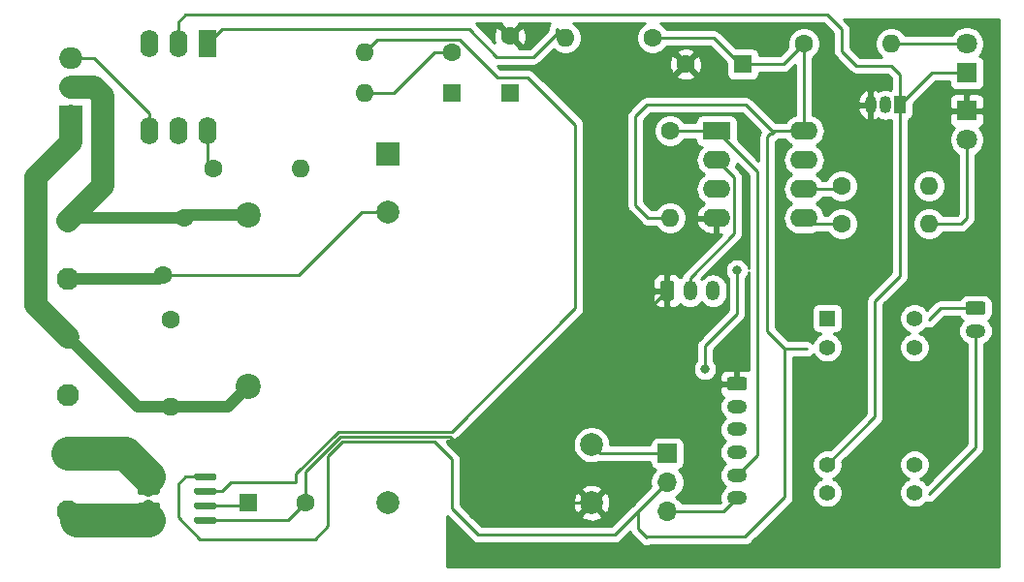
<source format=gbr>
%TF.GenerationSoftware,KiCad,Pcbnew,(5.1.10)-1*%
%TF.CreationDate,2021-12-14T14:45:45+00:00*%
%TF.ProjectId,vacSwitch,76616353-7769-4746-9368-2e6b69636164,rev?*%
%TF.SameCoordinates,Original*%
%TF.FileFunction,Copper,L1,Top*%
%TF.FilePolarity,Positive*%
%FSLAX46Y46*%
G04 Gerber Fmt 4.6, Leading zero omitted, Abs format (unit mm)*
G04 Created by KiCad (PCBNEW (5.1.10)-1) date 2021-12-14 14:45:45*
%MOMM*%
%LPD*%
G01*
G04 APERTURE LIST*
%TA.AperFunction,ComponentPad*%
%ADD10C,1.600000*%
%TD*%
%TA.AperFunction,ComponentPad*%
%ADD11R,1.600000X1.600000*%
%TD*%
%TA.AperFunction,ComponentPad*%
%ADD12C,1.950000*%
%TD*%
%TA.AperFunction,ComponentPad*%
%ADD13O,1.750000X1.200000*%
%TD*%
%TA.AperFunction,ComponentPad*%
%ADD14C,2.200000*%
%TD*%
%TA.AperFunction,ComponentPad*%
%ADD15O,1.600000X1.600000*%
%TD*%
%TA.AperFunction,ComponentPad*%
%ADD16C,1.800000*%
%TD*%
%TA.AperFunction,ComponentPad*%
%ADD17R,1.800000X1.800000*%
%TD*%
%TA.AperFunction,ComponentPad*%
%ADD18R,2.000000X1.905000*%
%TD*%
%TA.AperFunction,ComponentPad*%
%ADD19O,2.000000X1.905000*%
%TD*%
%TA.AperFunction,ComponentPad*%
%ADD20O,1.200000X1.750000*%
%TD*%
%TA.AperFunction,ComponentPad*%
%ADD21R,1.700000X1.700000*%
%TD*%
%TA.AperFunction,ComponentPad*%
%ADD22O,1.700000X1.700000*%
%TD*%
%TA.AperFunction,ComponentPad*%
%ADD23C,1.400000*%
%TD*%
%TA.AperFunction,ComponentPad*%
%ADD24R,1.400000X1.400000*%
%TD*%
%TA.AperFunction,ComponentPad*%
%ADD25R,2.000000X2.000000*%
%TD*%
%TA.AperFunction,ComponentPad*%
%ADD26C,2.000000*%
%TD*%
%TA.AperFunction,ComponentPad*%
%ADD27O,1.050000X1.500000*%
%TD*%
%TA.AperFunction,ComponentPad*%
%ADD28R,1.050000X1.500000*%
%TD*%
%TA.AperFunction,ComponentPad*%
%ADD29R,2.400000X1.600000*%
%TD*%
%TA.AperFunction,ComponentPad*%
%ADD30O,2.400000X1.600000*%
%TD*%
%TA.AperFunction,ComponentPad*%
%ADD31R,1.600000X2.400000*%
%TD*%
%TA.AperFunction,ComponentPad*%
%ADD32O,1.600000X2.400000*%
%TD*%
%TA.AperFunction,ViaPad*%
%ADD33C,0.800000*%
%TD*%
%TA.AperFunction,Conductor*%
%ADD34C,0.250000*%
%TD*%
%TA.AperFunction,Conductor*%
%ADD35C,1.000000*%
%TD*%
%TA.AperFunction,Conductor*%
%ADD36C,2.000000*%
%TD*%
%TA.AperFunction,Conductor*%
%ADD37C,3.000000*%
%TD*%
%TA.AperFunction,Conductor*%
%ADD38C,0.254000*%
%TD*%
%TA.AperFunction,Conductor*%
%ADD39C,0.100000*%
%TD*%
G04 APERTURE END LIST*
D10*
%TO.P,C4,2*%
%TO.N,0V*%
X149860000Y-80471000D03*
D11*
%TO.P,C4,1*%
%TO.N,SCL*%
X149860000Y-85471000D03*
%TD*%
%TO.P,C3,1*%
%TO.N,Net-(C3-Pad1)*%
X127000000Y-121285000D03*
D10*
%TO.P,C3,2*%
%TO.N,0V*%
X132000000Y-121285000D03*
%TD*%
D12*
%TO.P,J1,1*%
%TO.N,HOT*%
X111252000Y-96647000D03*
%TO.P,J1,2*%
%TO.N,NEUTRAL*%
X111252000Y-101727000D03*
%TO.P,J1,3*%
%TO.N,VAC*%
X111252000Y-106807000D03*
%TO.P,J1,4*%
%TO.N,NEUTRAL*%
X111252000Y-111887000D03*
%TO.P,J1,5*%
%TO.N,LOAD1*%
X111252000Y-116967000D03*
%TO.P,J1,6*%
%TO.N,LOAD*%
X111252000Y-122047000D03*
%TD*%
D13*
%TO.P,J3,6*%
%TO.N,+5V*%
X169672000Y-120871000D03*
%TO.P,J3,5*%
%TO.N,RESET*%
X169672000Y-118871000D03*
%TO.P,J3,4*%
%TO.N,SCL*%
X169672000Y-116871000D03*
%TO.P,J3,3*%
%TO.N,MOSI*%
X169672000Y-114871000D03*
%TO.P,J3,2*%
%TO.N,MISO*%
X169672000Y-112871000D03*
%TO.P,J3,1*%
%TO.N,0V*%
%TA.AperFunction,ComponentPad*%
G36*
G01*
X169046999Y-110271000D02*
X170297001Y-110271000D01*
G75*
G02*
X170547000Y-110520999I0J-249999D01*
G01*
X170547000Y-111221001D01*
G75*
G02*
X170297001Y-111471000I-249999J0D01*
G01*
X169046999Y-111471000D01*
G75*
G02*
X168797000Y-111221001I0J249999D01*
G01*
X168797000Y-110520999D01*
G75*
G02*
X169046999Y-110271000I249999J0D01*
G01*
G37*
%TD.AperFunction*%
%TD*%
D11*
%TO.P,C1,1*%
%TO.N,VCC*%
X170180000Y-82931000D03*
D10*
%TO.P,C1,2*%
%TO.N,0V*%
X165180000Y-82931000D03*
%TD*%
D14*
%TO.P,C6,1*%
%TO.N,HOT*%
X127000000Y-96139000D03*
%TO.P,C6,2*%
%TO.N,VAC*%
X127000000Y-111139000D03*
%TD*%
D11*
%TO.P,D1,1*%
%TO.N,SCL*%
X144780000Y-85471000D03*
D15*
%TO.P,D1,2*%
%TO.N,Net-(D1-Pad2)*%
X137160000Y-85471000D03*
%TD*%
D16*
%TO.P,D6,2*%
%TO.N,Net-(D6-Pad2)*%
X189738000Y-81153000D03*
D17*
%TO.P,D6,1*%
%TO.N,Net-(D6-Pad1)*%
X189738000Y-83693000D03*
%TD*%
%TO.P,D7,1*%
%TO.N,0V*%
X189738000Y-86995000D03*
D16*
%TO.P,D7,2*%
%TO.N,Net-(D7-Pad2)*%
X189738000Y-89535000D03*
%TD*%
D18*
%TO.P,D9,1*%
%TO.N,VAC*%
X111506000Y-87503000D03*
D19*
%TO.P,D9,2*%
%TO.N,HOT*%
X111506000Y-84963000D03*
%TO.P,D9,3*%
%TO.N,Net-(D9-Pad3)*%
X111506000Y-82423000D03*
%TD*%
%TO.P,J2,1*%
%TO.N,0V*%
%TA.AperFunction,ComponentPad*%
G36*
G01*
X162976000Y-103368001D02*
X162976000Y-102117999D01*
G75*
G02*
X163225999Y-101868000I249999J0D01*
G01*
X163926001Y-101868000D01*
G75*
G02*
X164176000Y-102117999I0J-249999D01*
G01*
X164176000Y-103368001D01*
G75*
G02*
X163926001Y-103618000I-249999J0D01*
G01*
X163225999Y-103618000D01*
G75*
G02*
X162976000Y-103368001I0J249999D01*
G01*
G37*
%TD.AperFunction*%
D20*
%TO.P,J2,2*%
%TO.N,TX*%
X165576000Y-102743000D03*
%TO.P,J2,3*%
%TO.N,RX*%
X167576000Y-102743000D03*
%TD*%
%TO.P,J4,1*%
%TO.N,SW2*%
%TA.AperFunction,ComponentPad*%
G36*
G01*
X189874999Y-103667000D02*
X191125001Y-103667000D01*
G75*
G02*
X191375000Y-103916999I0J-249999D01*
G01*
X191375000Y-104617001D01*
G75*
G02*
X191125001Y-104867000I-249999J0D01*
G01*
X189874999Y-104867000D01*
G75*
G02*
X189625000Y-104617001I0J249999D01*
G01*
X189625000Y-103916999D01*
G75*
G02*
X189874999Y-103667000I249999J0D01*
G01*
G37*
%TD.AperFunction*%
D13*
%TO.P,J4,2*%
%TO.N,SW1*%
X190500000Y-106267000D03*
%TD*%
D21*
%TO.P,JP1,1*%
%TO.N,Net-(JP1-Pad1)*%
X163576000Y-116967000D03*
D22*
%TO.P,JP1,2*%
%TO.N,VCC*%
X163576000Y-119507000D03*
%TO.P,JP1,3*%
%TO.N,+5V*%
X163576000Y-122047000D03*
%TD*%
D23*
%TO.P,K1,13*%
%TO.N,N/C*%
X185166000Y-107696000D03*
%TO.P,K1,9*%
X185166000Y-117956000D03*
%TO.P,K1,6*%
%TO.N,Net-(D6-Pad1)*%
X177546000Y-117956000D03*
%TO.P,K1,2*%
%TO.N,VCC*%
X177546000Y-107696000D03*
D24*
%TO.P,K1,1*%
%TO.N,N/C*%
X177546000Y-105156000D03*
D23*
%TO.P,K1,8*%
%TO.N,SW1*%
X185166000Y-120396000D03*
%TO.P,K1,7*%
%TO.N,N/C*%
X177546000Y-120396000D03*
%TO.P,K1,14*%
%TO.N,SW2*%
X185166000Y-105156000D03*
%TD*%
D25*
%TO.P,PS1,1*%
%TO.N,HOT*%
X139192000Y-90805000D03*
D26*
%TO.P,PS1,2*%
%TO.N,NEUTRAL*%
X139192000Y-95885000D03*
%TO.P,PS1,4*%
%TO.N,0V*%
X156972000Y-121285000D03*
%TO.P,PS1,3*%
%TO.N,Net-(PS1-Pad3)*%
X139192000Y-121285000D03*
%TO.P,PS1,5*%
%TO.N,Net-(JP1-Pad1)*%
X156972000Y-116205000D03*
%TD*%
D27*
%TO.P,Q1,2*%
%TO.N,Net-(Q1-Pad2)*%
X182626000Y-86487000D03*
%TO.P,Q1,3*%
%TO.N,0V*%
X181356000Y-86487000D03*
D28*
%TO.P,Q1,1*%
%TO.N,Net-(D6-Pad1)*%
X183896000Y-86487000D03*
%TD*%
D15*
%TO.P,R3,2*%
%TO.N,VCC*%
X163830000Y-96393000D03*
D10*
%TO.P,R3,1*%
%TO.N,RESET*%
X163830000Y-88773000D03*
%TD*%
%TO.P,R4,1*%
%TO.N,Net-(D1-Pad2)*%
X144780000Y-81915000D03*
D15*
%TO.P,R4,2*%
%TO.N,Net-(R4-Pad2)*%
X137160000Y-81915000D03*
%TD*%
D10*
%TO.P,R7,1*%
%TO.N,MOSI*%
X178816000Y-96901000D03*
D15*
%TO.P,R7,2*%
%TO.N,Net-(D7-Pad2)*%
X186436000Y-96901000D03*
%TD*%
%TO.P,R8,2*%
%TO.N,Net-(Q1-Pad2)*%
X186436000Y-93599000D03*
D10*
%TO.P,R8,1*%
%TO.N,MISO*%
X178816000Y-93599000D03*
%TD*%
D15*
%TO.P,R9,2*%
%TO.N,Net-(D6-Pad2)*%
X183134000Y-81153000D03*
D10*
%TO.P,R9,1*%
%TO.N,VCC*%
X175514000Y-81153000D03*
%TD*%
%TO.P,R10,1*%
%TO.N,VCC*%
X162306000Y-80645000D03*
D15*
%TO.P,R10,2*%
%TO.N,Net-(R10-Pad2)*%
X154686000Y-80645000D03*
%TD*%
D10*
%TO.P,R11,1*%
%TO.N,Net-(D9-Pad3)*%
X120269000Y-105283000D03*
D15*
%TO.P,R11,2*%
%TO.N,VAC*%
X120269000Y-112903000D03*
%TD*%
%TO.P,R12,2*%
%TO.N,HOT*%
X131572000Y-92075000D03*
D10*
%TO.P,R12,1*%
%TO.N,Net-(R12-Pad1)*%
X123952000Y-92075000D03*
%TD*%
%TO.P,RV1,1*%
%TO.N,HOT*%
X121412000Y-96393000D03*
%TO.P,RV1,2*%
%TO.N,NEUTRAL*%
X119512000Y-101393000D03*
%TD*%
D29*
%TO.P,U1,1*%
%TO.N,RESET*%
X167894000Y-88773000D03*
D30*
%TO.P,U1,5*%
%TO.N,MOSI*%
X175514000Y-96393000D03*
%TO.P,U1,2*%
%TO.N,TX*%
X167894000Y-91313000D03*
%TO.P,U1,6*%
%TO.N,MISO*%
X175514000Y-93853000D03*
%TO.P,U1,3*%
%TO.N,RX*%
X167894000Y-93853000D03*
%TO.P,U1,7*%
%TO.N,SCL*%
X175514000Y-91313000D03*
%TO.P,U1,4*%
%TO.N,0V*%
X167894000Y-96393000D03*
%TO.P,U1,8*%
%TO.N,VCC*%
X175514000Y-88773000D03*
%TD*%
%TO.P,U2,1*%
%TO.N,LOAD1*%
%TA.AperFunction,SMDPad,CuDef*%
G36*
G01*
X117327000Y-119149000D02*
X117327000Y-118849000D01*
G75*
G02*
X117477000Y-118699000I150000J0D01*
G01*
X119127000Y-118699000D01*
G75*
G02*
X119277000Y-118849000I0J-150000D01*
G01*
X119277000Y-119149000D01*
G75*
G02*
X119127000Y-119299000I-150000J0D01*
G01*
X117477000Y-119299000D01*
G75*
G02*
X117327000Y-119149000I0J150000D01*
G01*
G37*
%TD.AperFunction*%
%TO.P,U2,2*%
%TA.AperFunction,SMDPad,CuDef*%
G36*
G01*
X117327000Y-120419000D02*
X117327000Y-120119000D01*
G75*
G02*
X117477000Y-119969000I150000J0D01*
G01*
X119127000Y-119969000D01*
G75*
G02*
X119277000Y-120119000I0J-150000D01*
G01*
X119277000Y-120419000D01*
G75*
G02*
X119127000Y-120569000I-150000J0D01*
G01*
X117477000Y-120569000D01*
G75*
G02*
X117327000Y-120419000I0J150000D01*
G01*
G37*
%TD.AperFunction*%
%TO.P,U2,3*%
%TO.N,LOAD*%
%TA.AperFunction,SMDPad,CuDef*%
G36*
G01*
X117327000Y-121689000D02*
X117327000Y-121389000D01*
G75*
G02*
X117477000Y-121239000I150000J0D01*
G01*
X119127000Y-121239000D01*
G75*
G02*
X119277000Y-121389000I0J-150000D01*
G01*
X119277000Y-121689000D01*
G75*
G02*
X119127000Y-121839000I-150000J0D01*
G01*
X117477000Y-121839000D01*
G75*
G02*
X117327000Y-121689000I0J150000D01*
G01*
G37*
%TD.AperFunction*%
%TO.P,U2,4*%
%TA.AperFunction,SMDPad,CuDef*%
G36*
G01*
X117327000Y-122959000D02*
X117327000Y-122659000D01*
G75*
G02*
X117477000Y-122509000I150000J0D01*
G01*
X119127000Y-122509000D01*
G75*
G02*
X119277000Y-122659000I0J-150000D01*
G01*
X119277000Y-122959000D01*
G75*
G02*
X119127000Y-123109000I-150000J0D01*
G01*
X117477000Y-123109000D01*
G75*
G02*
X117327000Y-122959000I0J150000D01*
G01*
G37*
%TD.AperFunction*%
%TO.P,U2,5*%
%TO.N,0V*%
%TA.AperFunction,SMDPad,CuDef*%
G36*
G01*
X122277000Y-122959000D02*
X122277000Y-122659000D01*
G75*
G02*
X122427000Y-122509000I150000J0D01*
G01*
X124077000Y-122509000D01*
G75*
G02*
X124227000Y-122659000I0J-150000D01*
G01*
X124227000Y-122959000D01*
G75*
G02*
X124077000Y-123109000I-150000J0D01*
G01*
X122427000Y-123109000D01*
G75*
G02*
X122277000Y-122959000I0J150000D01*
G01*
G37*
%TD.AperFunction*%
%TO.P,U2,6*%
%TO.N,Net-(C3-Pad1)*%
%TA.AperFunction,SMDPad,CuDef*%
G36*
G01*
X122277000Y-121689000D02*
X122277000Y-121389000D01*
G75*
G02*
X122427000Y-121239000I150000J0D01*
G01*
X124077000Y-121239000D01*
G75*
G02*
X124227000Y-121389000I0J-150000D01*
G01*
X124227000Y-121689000D01*
G75*
G02*
X124077000Y-121839000I-150000J0D01*
G01*
X122427000Y-121839000D01*
G75*
G02*
X122277000Y-121689000I0J150000D01*
G01*
G37*
%TD.AperFunction*%
%TO.P,U2,7*%
%TO.N,Net-(R4-Pad2)*%
%TA.AperFunction,SMDPad,CuDef*%
G36*
G01*
X122277000Y-120419000D02*
X122277000Y-120119000D01*
G75*
G02*
X122427000Y-119969000I150000J0D01*
G01*
X124077000Y-119969000D01*
G75*
G02*
X124227000Y-120119000I0J-150000D01*
G01*
X124227000Y-120419000D01*
G75*
G02*
X124077000Y-120569000I-150000J0D01*
G01*
X122427000Y-120569000D01*
G75*
G02*
X122277000Y-120419000I0J150000D01*
G01*
G37*
%TD.AperFunction*%
%TO.P,U2,8*%
%TO.N,VCC*%
%TA.AperFunction,SMDPad,CuDef*%
G36*
G01*
X122277000Y-119149000D02*
X122277000Y-118849000D01*
G75*
G02*
X122427000Y-118699000I150000J0D01*
G01*
X124077000Y-118699000D01*
G75*
G02*
X124227000Y-118849000I0J-150000D01*
G01*
X124227000Y-119149000D01*
G75*
G02*
X124077000Y-119299000I-150000J0D01*
G01*
X122427000Y-119299000D01*
G75*
G02*
X122277000Y-119149000I0J150000D01*
G01*
G37*
%TD.AperFunction*%
%TD*%
D31*
%TO.P,U3,1*%
%TO.N,Net-(R10-Pad2)*%
X123444000Y-81153000D03*
D32*
%TO.P,U3,4*%
%TO.N,Net-(D9-Pad3)*%
X118364000Y-88773000D03*
%TO.P,U3,2*%
%TO.N,Net-(D6-Pad1)*%
X120904000Y-81153000D03*
%TO.P,U3,5*%
%TO.N,Net-(U3-Pad5)*%
X120904000Y-88773000D03*
%TO.P,U3,3*%
%TO.N,Net-(U3-Pad3)*%
X118364000Y-81153000D03*
%TO.P,U3,6*%
%TO.N,Net-(R12-Pad1)*%
X123444000Y-88773000D03*
%TD*%
D33*
%TO.N,MISO*%
X166878000Y-109601000D03*
X169672000Y-100965000D03*
%TD*%
D34*
%TO.N,VCC*%
X175514000Y-88773000D02*
X175514000Y-81153000D01*
X172974000Y-88773000D02*
X172720000Y-89027000D01*
X175514000Y-88773000D02*
X172974000Y-88773000D01*
X163576000Y-119507000D02*
X161036000Y-122047000D01*
X161036000Y-122047000D02*
X161036000Y-123571000D01*
X162306000Y-80645000D02*
X167640000Y-80645000D01*
X169926000Y-82931000D02*
X170180000Y-82931000D01*
X167640000Y-80645000D02*
X169926000Y-82931000D01*
X173736000Y-82931000D02*
X175514000Y-81153000D01*
X170180000Y-82931000D02*
X173736000Y-82931000D01*
X121539000Y-118999000D02*
X123252000Y-118999000D01*
X163576000Y-119507000D02*
X159004000Y-124079000D01*
X147066000Y-124079000D02*
X144780000Y-121793000D01*
X120904000Y-122555000D02*
X120904000Y-119634000D01*
X144780000Y-121793000D02*
X144780000Y-117475000D01*
X144780000Y-117475000D02*
X143256000Y-115951000D01*
X135255000Y-115951000D02*
X133985000Y-117221000D01*
X159004000Y-124079000D02*
X147066000Y-124079000D01*
X143256000Y-115951000D02*
X135255000Y-115951000D01*
X133985000Y-117221000D02*
X133985000Y-123317000D01*
X133985000Y-123317000D02*
X132842000Y-124460000D01*
X132842000Y-124460000D02*
X122809000Y-124460000D01*
X122809000Y-124460000D02*
X120904000Y-122555000D01*
X120904000Y-119634000D02*
X121539000Y-118999000D01*
X161734500Y-124269500D02*
X161798000Y-124333000D01*
X161036000Y-123571000D02*
X161734500Y-124269500D01*
X172720000Y-89027000D02*
X172593000Y-89027000D01*
X172593000Y-89027000D02*
X172339000Y-89281000D01*
X172339000Y-89281000D02*
X172339000Y-106299000D01*
X173863000Y-107823000D02*
X175768000Y-107823000D01*
X172339000Y-106299000D02*
X173863000Y-107823000D01*
X170370500Y-124269500D02*
X169581500Y-124269500D01*
X173863000Y-120777000D02*
X170370500Y-124269500D01*
X169581500Y-124269500D02*
X161734500Y-124269500D01*
X173863000Y-107823000D02*
X173863000Y-120777000D01*
X172974000Y-88773000D02*
X172720000Y-88773000D01*
X172720000Y-88773000D02*
X170434000Y-86487000D01*
X170434000Y-86487000D02*
X161798000Y-86487000D01*
X161798000Y-86487000D02*
X160782000Y-87503000D01*
X160782000Y-87503000D02*
X160782000Y-95250000D01*
X161925000Y-96393000D02*
X163830000Y-96393000D01*
X160782000Y-95250000D02*
X161925000Y-96393000D01*
%TO.N,0V*%
X152400000Y-113919000D02*
X163576000Y-102743000D01*
X152400000Y-116713000D02*
X152400000Y-113919000D01*
X156972000Y-121285000D02*
X152400000Y-116713000D01*
X163576000Y-109347000D02*
X163576000Y-102743000D01*
X165100000Y-110871000D02*
X163576000Y-109347000D01*
X169672000Y-110871000D02*
X165100000Y-110871000D01*
X163830000Y-102489000D02*
X163576000Y-102743000D01*
X165140000Y-82971000D02*
X165180000Y-82931000D01*
X130476000Y-122809000D02*
X132000000Y-121285000D01*
X123252000Y-122809000D02*
X130476000Y-122809000D01*
X156972000Y-121285000D02*
X150368000Y-121285000D01*
X132000000Y-118569590D02*
X132000000Y-121285000D01*
X135068599Y-115500991D02*
X132000000Y-118569590D01*
X144583991Y-115500991D02*
X135068599Y-115500991D01*
X150368000Y-121285000D02*
X144583991Y-115500991D01*
%TO.N,Net-(C3-Pad1)*%
X126746000Y-121539000D02*
X127000000Y-121285000D01*
X123252000Y-121539000D02*
X126746000Y-121539000D01*
%TO.N,HOT*%
X111506000Y-96393000D02*
X111252000Y-96647000D01*
X121158000Y-96647000D02*
X121412000Y-96393000D01*
D35*
X127000000Y-96139000D02*
X121666000Y-96139000D01*
X121412000Y-96393000D02*
X111506000Y-96393000D01*
D36*
X113538000Y-84963000D02*
X111506000Y-84963000D01*
X111252000Y-96647000D02*
X114300000Y-93599000D01*
X114300000Y-85725000D02*
X113538000Y-84963000D01*
X114300000Y-93599000D02*
X114300000Y-85725000D01*
%TO.N,VAC*%
X111506000Y-87503000D02*
X111506000Y-89789000D01*
X111506000Y-89789000D02*
X108458000Y-92837000D01*
X108458000Y-104013000D02*
X111252000Y-106807000D01*
X108458000Y-92837000D02*
X108458000Y-104013000D01*
D35*
X111252000Y-106807000D02*
X117348000Y-112903000D01*
X117348000Y-112903000D02*
X120269000Y-112903000D01*
X125236000Y-112903000D02*
X127000000Y-111139000D01*
X120269000Y-112903000D02*
X125236000Y-112903000D01*
D34*
%TO.N,Net-(D1-Pad2)*%
X137160000Y-85471000D02*
X139700000Y-85471000D01*
X143256000Y-81915000D02*
X144780000Y-81915000D01*
X139700000Y-85471000D02*
X143256000Y-81915000D01*
%TO.N,Net-(D6-Pad2)*%
X183134000Y-81153000D02*
X189738000Y-81153000D01*
%TO.N,Net-(D6-Pad1)*%
X186690000Y-83693000D02*
X183896000Y-86487000D01*
X189738000Y-83693000D02*
X186690000Y-83693000D01*
X120904000Y-79248000D02*
X120904000Y-81153000D01*
X177546000Y-78613000D02*
X121539000Y-78613000D01*
X178816000Y-79883000D02*
X177546000Y-78613000D01*
X121539000Y-78613000D02*
X120904000Y-79248000D01*
X178816000Y-81788000D02*
X178816000Y-79883000D01*
X180086000Y-83058000D02*
X178816000Y-81788000D01*
X183134000Y-83058000D02*
X180086000Y-83058000D01*
X183896000Y-83820000D02*
X183134000Y-83058000D01*
X183896000Y-86487000D02*
X183896000Y-83820000D01*
X181737000Y-113765000D02*
X177546000Y-117956000D01*
X181737000Y-103632000D02*
X181737000Y-113765000D01*
X183896000Y-101473000D02*
X181737000Y-103632000D01*
X183896000Y-86487000D02*
X183896000Y-101473000D01*
%TO.N,Net-(D7-Pad2)*%
X189738000Y-96393000D02*
X189738000Y-89535000D01*
X189230000Y-96901000D02*
X189738000Y-96393000D01*
X186436000Y-96901000D02*
X189230000Y-96901000D01*
%TO.N,Net-(D9-Pad3)*%
X118364000Y-88773000D02*
X118364000Y-87249000D01*
X113538000Y-82423000D02*
X111506000Y-82423000D01*
X118364000Y-87249000D02*
X113538000Y-82423000D01*
X118364000Y-88773000D02*
X118364000Y-89789000D01*
%TO.N,NEUTRAL*%
X139192000Y-95885000D02*
X136906000Y-95885000D01*
X136906000Y-95885000D02*
X131398000Y-101393000D01*
X119178000Y-101727000D02*
X119512000Y-101393000D01*
D35*
X111252000Y-101727000D02*
X119178000Y-101727000D01*
D34*
X131398000Y-101393000D02*
X119512000Y-101393000D01*
D35*
%TO.N,LOAD*%
X118302000Y-122809000D02*
X118302000Y-121539000D01*
D34*
X112014000Y-122809000D02*
X111252000Y-122047000D01*
D37*
X118302000Y-122809000D02*
X112014000Y-122809000D01*
D34*
%TO.N,TX*%
X169419010Y-97774990D02*
X169419010Y-92838010D01*
X165576000Y-101618000D02*
X169419010Y-97774990D01*
X169419010Y-92838010D02*
X167894000Y-91313000D01*
X165576000Y-102743000D02*
X165576000Y-101618000D01*
%TO.N,MISO*%
X178562000Y-93853000D02*
X178816000Y-93599000D01*
X175514000Y-93853000D02*
X178562000Y-93853000D01*
X166878000Y-109601000D02*
X166878000Y-107569000D01*
X169672000Y-104775000D02*
X169672000Y-100965000D01*
X166878000Y-107569000D02*
X169672000Y-104775000D01*
%TO.N,MOSI*%
X176022000Y-96901000D02*
X175514000Y-96393000D01*
X178816000Y-96901000D02*
X176022000Y-96901000D01*
%TO.N,RESET*%
X163830000Y-88773000D02*
X167894000Y-88773000D01*
X169672000Y-118871000D02*
X171450000Y-117093000D01*
X171450000Y-92329000D02*
X167894000Y-88773000D01*
X171450000Y-117093000D02*
X171450000Y-92329000D01*
%TO.N,SW2*%
X187452000Y-104267000D02*
X190500000Y-104267000D01*
X186436000Y-105283000D02*
X187452000Y-104267000D01*
%TO.N,SW1*%
X190500000Y-106267000D02*
X190500000Y-116459000D01*
X190500000Y-116459000D02*
X186436000Y-120523000D01*
%TO.N,Net-(JP1-Pad1)*%
X157734000Y-116967000D02*
X156972000Y-116205000D01*
X163576000Y-116967000D02*
X157734000Y-116967000D01*
%TO.N,+5V*%
X168496000Y-122047000D02*
X169672000Y-120871000D01*
X163576000Y-122047000D02*
X168496000Y-122047000D01*
%TO.N,Net-(R4-Pad2)*%
X123252000Y-120269000D02*
X124206000Y-120269000D01*
X124714000Y-120269000D02*
X124841000Y-120269000D01*
X123252000Y-120269000D02*
X124714000Y-120269000D01*
X138285001Y-80789999D02*
X137160000Y-81915000D01*
X145432999Y-80789999D02*
X138285001Y-80789999D01*
X148739001Y-84096001D02*
X145432999Y-80789999D01*
X151407411Y-84096001D02*
X148739001Y-84096001D01*
X155575000Y-88263590D02*
X151407411Y-84096001D01*
X155575000Y-104267000D02*
X155575000Y-88263590D01*
X144791019Y-115050981D02*
X155575000Y-104267000D01*
X131191000Y-118742180D02*
X134882199Y-115050981D01*
X131191000Y-119507000D02*
X131191000Y-118742180D01*
X125476000Y-119507000D02*
X131191000Y-119507000D01*
X134882199Y-115050981D02*
X144791019Y-115050981D01*
X124714000Y-120269000D02*
X125476000Y-119507000D01*
%TO.N,Net-(R10-Pad2)*%
X123444000Y-81153000D02*
X124714000Y-79883000D01*
X153924000Y-79883000D02*
X154686000Y-80645000D01*
X153924000Y-79883000D02*
X153924000Y-80264000D01*
X153924000Y-80264000D02*
X151892000Y-82296000D01*
X151892000Y-82296000D02*
X148717000Y-82296000D01*
X148717000Y-82296000D02*
X146304000Y-79883000D01*
X146304000Y-79883000D02*
X124714000Y-79883000D01*
%TO.N,Net-(R12-Pad1)*%
X123444000Y-91567000D02*
X123952000Y-92075000D01*
X123444000Y-88773000D02*
X123444000Y-91567000D01*
D35*
%TO.N,LOAD1*%
X118302000Y-120269000D02*
X118302000Y-118999000D01*
D37*
X116270000Y-116967000D02*
X118302000Y-118999000D01*
X111252000Y-116967000D02*
X116270000Y-116967000D01*
%TD*%
D38*
%TO.N,0V*%
X192532000Y-126873000D02*
X144399000Y-126873000D01*
X144399000Y-122486801D01*
X146502201Y-124590003D01*
X146525999Y-124619001D01*
X146641724Y-124713974D01*
X146773753Y-124784546D01*
X146917014Y-124828003D01*
X147028667Y-124839000D01*
X147028676Y-124839000D01*
X147065999Y-124842676D01*
X147103322Y-124839000D01*
X158966678Y-124839000D01*
X159004000Y-124842676D01*
X159041322Y-124839000D01*
X159041333Y-124839000D01*
X159152986Y-124828003D01*
X159296247Y-124784546D01*
X159428276Y-124713974D01*
X159544001Y-124619001D01*
X159567804Y-124589997D01*
X160322099Y-123835702D01*
X160330454Y-123863246D01*
X160401026Y-123995276D01*
X160469737Y-124079000D01*
X160496000Y-124111001D01*
X160524998Y-124134799D01*
X161170701Y-124780502D01*
X161194499Y-124809501D01*
X161223503Y-124833304D01*
X161286998Y-124896799D01*
X161373725Y-124967974D01*
X161505754Y-125038546D01*
X161649015Y-125082003D01*
X161798000Y-125096677D01*
X161946986Y-125082003D01*
X162090246Y-125038546D01*
X162107170Y-125029500D01*
X170333178Y-125029500D01*
X170370500Y-125033176D01*
X170407822Y-125029500D01*
X170407833Y-125029500D01*
X170519486Y-125018503D01*
X170662747Y-124975046D01*
X170794776Y-124904474D01*
X170910501Y-124809501D01*
X170934304Y-124780497D01*
X174374003Y-121340799D01*
X174403001Y-121317001D01*
X174497974Y-121201276D01*
X174568546Y-121069247D01*
X174612003Y-120925986D01*
X174623000Y-120814333D01*
X174623000Y-120814323D01*
X174626676Y-120777000D01*
X174623000Y-120739677D01*
X174623000Y-108583000D01*
X175805333Y-108583000D01*
X175916986Y-108572003D01*
X176060247Y-108528546D01*
X176192276Y-108457974D01*
X176308001Y-108363001D01*
X176354048Y-108306893D01*
X176362939Y-108328359D01*
X176509038Y-108547013D01*
X176694987Y-108732962D01*
X176913641Y-108879061D01*
X177156595Y-108979696D01*
X177414514Y-109031000D01*
X177677486Y-109031000D01*
X177935405Y-108979696D01*
X178178359Y-108879061D01*
X178397013Y-108732962D01*
X178582962Y-108547013D01*
X178729061Y-108328359D01*
X178829696Y-108085405D01*
X178881000Y-107827486D01*
X178881000Y-107564514D01*
X178829696Y-107306595D01*
X178729061Y-107063641D01*
X178582962Y-106844987D01*
X178397013Y-106659038D01*
X178178359Y-106512939D01*
X178132810Y-106494072D01*
X178246000Y-106494072D01*
X178370482Y-106481812D01*
X178490180Y-106445502D01*
X178600494Y-106386537D01*
X178697185Y-106307185D01*
X178776537Y-106210494D01*
X178835502Y-106100180D01*
X178871812Y-105980482D01*
X178884072Y-105856000D01*
X178884072Y-104456000D01*
X178871812Y-104331518D01*
X178835502Y-104211820D01*
X178776537Y-104101506D01*
X178697185Y-104004815D01*
X178600494Y-103925463D01*
X178490180Y-103866498D01*
X178370482Y-103830188D01*
X178246000Y-103817928D01*
X176846000Y-103817928D01*
X176721518Y-103830188D01*
X176601820Y-103866498D01*
X176491506Y-103925463D01*
X176394815Y-104004815D01*
X176315463Y-104101506D01*
X176256498Y-104211820D01*
X176220188Y-104331518D01*
X176207928Y-104456000D01*
X176207928Y-105856000D01*
X176220188Y-105980482D01*
X176256498Y-106100180D01*
X176315463Y-106210494D01*
X176394815Y-106307185D01*
X176491506Y-106386537D01*
X176601820Y-106445502D01*
X176721518Y-106481812D01*
X176846000Y-106494072D01*
X176959190Y-106494072D01*
X176913641Y-106512939D01*
X176694987Y-106659038D01*
X176509038Y-106844987D01*
X176362939Y-107063641D01*
X176281191Y-107260997D01*
X176192276Y-107188026D01*
X176060247Y-107117454D01*
X175916986Y-107073997D01*
X175805333Y-107063000D01*
X174177803Y-107063000D01*
X173099000Y-105984199D01*
X173099000Y-89686175D01*
X173144276Y-89661974D01*
X173260001Y-89567001D01*
X173283804Y-89537997D01*
X173288801Y-89533000D01*
X173893099Y-89533000D01*
X173915068Y-89574101D01*
X174094392Y-89792608D01*
X174312899Y-89971932D01*
X174445858Y-90043000D01*
X174312899Y-90114068D01*
X174094392Y-90293392D01*
X173915068Y-90511899D01*
X173781818Y-90761192D01*
X173699764Y-91031691D01*
X173672057Y-91313000D01*
X173699764Y-91594309D01*
X173781818Y-91864808D01*
X173915068Y-92114101D01*
X174094392Y-92332608D01*
X174312899Y-92511932D01*
X174445858Y-92583000D01*
X174312899Y-92654068D01*
X174094392Y-92833392D01*
X173915068Y-93051899D01*
X173781818Y-93301192D01*
X173699764Y-93571691D01*
X173672057Y-93853000D01*
X173699764Y-94134309D01*
X173781818Y-94404808D01*
X173915068Y-94654101D01*
X174094392Y-94872608D01*
X174312899Y-95051932D01*
X174445858Y-95123000D01*
X174312899Y-95194068D01*
X174094392Y-95373392D01*
X173915068Y-95591899D01*
X173781818Y-95841192D01*
X173699764Y-96111691D01*
X173672057Y-96393000D01*
X173699764Y-96674309D01*
X173781818Y-96944808D01*
X173915068Y-97194101D01*
X174094392Y-97412608D01*
X174312899Y-97591932D01*
X174562192Y-97725182D01*
X174832691Y-97807236D01*
X175043508Y-97828000D01*
X175984492Y-97828000D01*
X176195309Y-97807236D01*
X176465808Y-97725182D01*
X176585884Y-97661000D01*
X177597957Y-97661000D01*
X177701363Y-97815759D01*
X177901241Y-98015637D01*
X178136273Y-98172680D01*
X178397426Y-98280853D01*
X178674665Y-98336000D01*
X178957335Y-98336000D01*
X179234574Y-98280853D01*
X179495727Y-98172680D01*
X179730759Y-98015637D01*
X179930637Y-97815759D01*
X180087680Y-97580727D01*
X180195853Y-97319574D01*
X180251000Y-97042335D01*
X180251000Y-96759665D01*
X180195853Y-96482426D01*
X180087680Y-96221273D01*
X179930637Y-95986241D01*
X179730759Y-95786363D01*
X179495727Y-95629320D01*
X179234574Y-95521147D01*
X178957335Y-95466000D01*
X178674665Y-95466000D01*
X178397426Y-95521147D01*
X178136273Y-95629320D01*
X177901241Y-95786363D01*
X177701363Y-95986241D01*
X177597957Y-96141000D01*
X177331123Y-96141000D01*
X177328236Y-96111691D01*
X177246182Y-95841192D01*
X177112932Y-95591899D01*
X176933608Y-95373392D01*
X176715101Y-95194068D01*
X176582142Y-95123000D01*
X176715101Y-95051932D01*
X176933608Y-94872608D01*
X177112932Y-94654101D01*
X177134901Y-94613000D01*
X177800604Y-94613000D01*
X177901241Y-94713637D01*
X178136273Y-94870680D01*
X178397426Y-94978853D01*
X178674665Y-95034000D01*
X178957335Y-95034000D01*
X179234574Y-94978853D01*
X179495727Y-94870680D01*
X179730759Y-94713637D01*
X179930637Y-94513759D01*
X180087680Y-94278727D01*
X180195853Y-94017574D01*
X180251000Y-93740335D01*
X180251000Y-93457665D01*
X180195853Y-93180426D01*
X180087680Y-92919273D01*
X179930637Y-92684241D01*
X179730759Y-92484363D01*
X179495727Y-92327320D01*
X179234574Y-92219147D01*
X178957335Y-92164000D01*
X178674665Y-92164000D01*
X178397426Y-92219147D01*
X178136273Y-92327320D01*
X177901241Y-92484363D01*
X177701363Y-92684241D01*
X177544320Y-92919273D01*
X177472360Y-93093000D01*
X177134901Y-93093000D01*
X177112932Y-93051899D01*
X176933608Y-92833392D01*
X176715101Y-92654068D01*
X176582142Y-92583000D01*
X176715101Y-92511932D01*
X176933608Y-92332608D01*
X177112932Y-92114101D01*
X177246182Y-91864808D01*
X177328236Y-91594309D01*
X177355943Y-91313000D01*
X177328236Y-91031691D01*
X177246182Y-90761192D01*
X177112932Y-90511899D01*
X176933608Y-90293392D01*
X176715101Y-90114068D01*
X176582142Y-90043000D01*
X176715101Y-89971932D01*
X176933608Y-89792608D01*
X177112932Y-89574101D01*
X177246182Y-89324808D01*
X177328236Y-89054309D01*
X177355943Y-88773000D01*
X177328236Y-88491691D01*
X177246182Y-88221192D01*
X177112932Y-87971899D01*
X176933608Y-87753392D01*
X176715101Y-87574068D01*
X176465808Y-87440818D01*
X176274000Y-87382634D01*
X176274000Y-86797507D01*
X180189669Y-86797507D01*
X180228761Y-87023404D01*
X180311172Y-87237334D01*
X180433736Y-87431076D01*
X180591742Y-87597184D01*
X180779118Y-87729275D01*
X180988663Y-87822272D01*
X181050190Y-87830964D01*
X181229000Y-87705163D01*
X181229000Y-86614000D01*
X180349402Y-86614000D01*
X180189669Y-86797507D01*
X176274000Y-86797507D01*
X176274000Y-86176493D01*
X180189669Y-86176493D01*
X180349402Y-86360000D01*
X181229000Y-86360000D01*
X181229000Y-85268837D01*
X181050190Y-85143036D01*
X180988663Y-85151728D01*
X180779118Y-85244725D01*
X180591742Y-85376816D01*
X180433736Y-85542924D01*
X180311172Y-85736666D01*
X180228761Y-85950596D01*
X180189669Y-86176493D01*
X176274000Y-86176493D01*
X176274000Y-82371043D01*
X176428759Y-82267637D01*
X176628637Y-82067759D01*
X176785680Y-81832727D01*
X176893853Y-81571574D01*
X176949000Y-81294335D01*
X176949000Y-81011665D01*
X176893853Y-80734426D01*
X176785680Y-80473273D01*
X176628637Y-80238241D01*
X176428759Y-80038363D01*
X176193727Y-79881320D01*
X175932574Y-79773147D01*
X175655335Y-79718000D01*
X175372665Y-79718000D01*
X175095426Y-79773147D01*
X174834273Y-79881320D01*
X174599241Y-80038363D01*
X174399363Y-80238241D01*
X174242320Y-80473273D01*
X174134147Y-80734426D01*
X174079000Y-81011665D01*
X174079000Y-81294335D01*
X174115312Y-81476886D01*
X173421199Y-82171000D01*
X171618072Y-82171000D01*
X171618072Y-82131000D01*
X171605812Y-82006518D01*
X171569502Y-81886820D01*
X171510537Y-81776506D01*
X171431185Y-81679815D01*
X171334494Y-81600463D01*
X171224180Y-81541498D01*
X171104482Y-81505188D01*
X170980000Y-81492928D01*
X169562730Y-81492928D01*
X168203804Y-80134003D01*
X168180001Y-80104999D01*
X168064276Y-80010026D01*
X167932247Y-79939454D01*
X167788986Y-79895997D01*
X167677333Y-79885000D01*
X167677322Y-79885000D01*
X167640000Y-79881324D01*
X167602678Y-79885000D01*
X163524043Y-79885000D01*
X163420637Y-79730241D01*
X163220759Y-79530363D01*
X162985727Y-79373320D01*
X162984954Y-79373000D01*
X177231199Y-79373000D01*
X178056001Y-80197803D01*
X178056000Y-81750677D01*
X178052324Y-81788000D01*
X178056000Y-81825322D01*
X178056000Y-81825332D01*
X178066997Y-81936985D01*
X178093651Y-82024853D01*
X178110454Y-82080246D01*
X178181026Y-82212276D01*
X178220871Y-82260826D01*
X178275999Y-82328001D01*
X178305003Y-82351804D01*
X179522200Y-83569002D01*
X179545999Y-83598001D01*
X179661724Y-83692974D01*
X179793753Y-83763546D01*
X179937014Y-83807003D01*
X180048667Y-83818000D01*
X180048676Y-83818000D01*
X180085999Y-83821676D01*
X180123322Y-83818000D01*
X182819199Y-83818000D01*
X183136001Y-84134803D01*
X183136001Y-85144713D01*
X183126820Y-85147498D01*
X183062098Y-85182093D01*
X182853400Y-85118785D01*
X182626000Y-85096388D01*
X182398601Y-85118785D01*
X182179941Y-85185115D01*
X181991331Y-85285929D01*
X181932882Y-85244725D01*
X181723337Y-85151728D01*
X181661810Y-85143036D01*
X181483000Y-85268837D01*
X181483000Y-86033891D01*
X181482785Y-86034600D01*
X181466000Y-86205021D01*
X181466000Y-86768978D01*
X181482785Y-86939399D01*
X181483000Y-86940108D01*
X181483000Y-87705163D01*
X181661810Y-87830964D01*
X181723337Y-87822272D01*
X181932882Y-87729275D01*
X181991331Y-87688071D01*
X182179940Y-87788885D01*
X182398600Y-87855215D01*
X182626000Y-87877612D01*
X182853399Y-87855215D01*
X183062098Y-87791907D01*
X183126820Y-87826502D01*
X183136000Y-87829287D01*
X183136001Y-101158197D01*
X181226003Y-103068196D01*
X181196999Y-103091999D01*
X181141871Y-103159174D01*
X181102026Y-103207724D01*
X181031455Y-103339753D01*
X181031454Y-103339754D01*
X180987997Y-103483015D01*
X180977000Y-103594668D01*
X180977000Y-103594678D01*
X180973324Y-103632000D01*
X180977000Y-103669322D01*
X180977001Y-113450197D01*
X177784844Y-116642355D01*
X177677486Y-116621000D01*
X177414514Y-116621000D01*
X177156595Y-116672304D01*
X176913641Y-116772939D01*
X176694987Y-116919038D01*
X176509038Y-117104987D01*
X176362939Y-117323641D01*
X176262304Y-117566595D01*
X176211000Y-117824514D01*
X176211000Y-118087486D01*
X176262304Y-118345405D01*
X176362939Y-118588359D01*
X176509038Y-118807013D01*
X176694987Y-118992962D01*
X176913641Y-119139061D01*
X177002819Y-119176000D01*
X176913641Y-119212939D01*
X176694987Y-119359038D01*
X176509038Y-119544987D01*
X176362939Y-119763641D01*
X176262304Y-120006595D01*
X176211000Y-120264514D01*
X176211000Y-120527486D01*
X176262304Y-120785405D01*
X176362939Y-121028359D01*
X176509038Y-121247013D01*
X176694987Y-121432962D01*
X176913641Y-121579061D01*
X177156595Y-121679696D01*
X177414514Y-121731000D01*
X177677486Y-121731000D01*
X177935405Y-121679696D01*
X178178359Y-121579061D01*
X178397013Y-121432962D01*
X178582962Y-121247013D01*
X178729061Y-121028359D01*
X178829696Y-120785405D01*
X178881000Y-120527486D01*
X178881000Y-120264514D01*
X178829696Y-120006595D01*
X178729061Y-119763641D01*
X178582962Y-119544987D01*
X178397013Y-119359038D01*
X178178359Y-119212939D01*
X178089181Y-119176000D01*
X178178359Y-119139061D01*
X178397013Y-118992962D01*
X178582962Y-118807013D01*
X178729061Y-118588359D01*
X178829696Y-118345405D01*
X178881000Y-118087486D01*
X178881000Y-117824514D01*
X178859645Y-117717156D01*
X182248003Y-114328799D01*
X182277001Y-114305001D01*
X182303332Y-114272917D01*
X182371974Y-114189277D01*
X182442546Y-114057247D01*
X182486003Y-113913986D01*
X182497000Y-113802333D01*
X182497000Y-113802324D01*
X182500676Y-113765001D01*
X182497000Y-113727678D01*
X182497000Y-105024514D01*
X183831000Y-105024514D01*
X183831000Y-105287486D01*
X183882304Y-105545405D01*
X183982939Y-105788359D01*
X184129038Y-106007013D01*
X184314987Y-106192962D01*
X184533641Y-106339061D01*
X184743530Y-106426000D01*
X184533641Y-106512939D01*
X184314987Y-106659038D01*
X184129038Y-106844987D01*
X183982939Y-107063641D01*
X183882304Y-107306595D01*
X183831000Y-107564514D01*
X183831000Y-107827486D01*
X183882304Y-108085405D01*
X183982939Y-108328359D01*
X184129038Y-108547013D01*
X184314987Y-108732962D01*
X184533641Y-108879061D01*
X184776595Y-108979696D01*
X185034514Y-109031000D01*
X185297486Y-109031000D01*
X185555405Y-108979696D01*
X185798359Y-108879061D01*
X186017013Y-108732962D01*
X186202962Y-108547013D01*
X186349061Y-108328359D01*
X186449696Y-108085405D01*
X186501000Y-107827486D01*
X186501000Y-107564514D01*
X186449696Y-107306595D01*
X186349061Y-107063641D01*
X186202962Y-106844987D01*
X186017013Y-106659038D01*
X185798359Y-106512939D01*
X185588470Y-106426000D01*
X185798359Y-106339061D01*
X186017013Y-106192962D01*
X186202962Y-106007013D01*
X186203244Y-106006591D01*
X186287015Y-106032002D01*
X186436000Y-106046676D01*
X186584985Y-106032002D01*
X186728246Y-105988546D01*
X186860276Y-105917974D01*
X186947002Y-105846799D01*
X187766802Y-105027000D01*
X189092024Y-105027000D01*
X189136595Y-105110387D01*
X189247038Y-105244962D01*
X189381613Y-105355405D01*
X189386111Y-105357809D01*
X189347498Y-105389498D01*
X189193167Y-105577551D01*
X189078489Y-105792099D01*
X189007870Y-106024898D01*
X188984025Y-106267000D01*
X189007870Y-106509102D01*
X189078489Y-106741901D01*
X189193167Y-106956449D01*
X189347498Y-107144502D01*
X189535551Y-107298833D01*
X189740000Y-107408113D01*
X189740001Y-116144197D01*
X186257536Y-119626663D01*
X186202962Y-119544987D01*
X186017013Y-119359038D01*
X185798359Y-119212939D01*
X185709181Y-119176000D01*
X185798359Y-119139061D01*
X186017013Y-118992962D01*
X186202962Y-118807013D01*
X186349061Y-118588359D01*
X186449696Y-118345405D01*
X186501000Y-118087486D01*
X186501000Y-117824514D01*
X186449696Y-117566595D01*
X186349061Y-117323641D01*
X186202962Y-117104987D01*
X186017013Y-116919038D01*
X185798359Y-116772939D01*
X185555405Y-116672304D01*
X185297486Y-116621000D01*
X185034514Y-116621000D01*
X184776595Y-116672304D01*
X184533641Y-116772939D01*
X184314987Y-116919038D01*
X184129038Y-117104987D01*
X183982939Y-117323641D01*
X183882304Y-117566595D01*
X183831000Y-117824514D01*
X183831000Y-118087486D01*
X183882304Y-118345405D01*
X183982939Y-118588359D01*
X184129038Y-118807013D01*
X184314987Y-118992962D01*
X184533641Y-119139061D01*
X184622819Y-119176000D01*
X184533641Y-119212939D01*
X184314987Y-119359038D01*
X184129038Y-119544987D01*
X183982939Y-119763641D01*
X183882304Y-120006595D01*
X183831000Y-120264514D01*
X183831000Y-120527486D01*
X183882304Y-120785405D01*
X183982939Y-121028359D01*
X184129038Y-121247013D01*
X184314987Y-121432962D01*
X184533641Y-121579061D01*
X184776595Y-121679696D01*
X185034514Y-121731000D01*
X185297486Y-121731000D01*
X185555405Y-121679696D01*
X185798359Y-121579061D01*
X186017013Y-121432962D01*
X186202962Y-121247013D01*
X186203244Y-121246591D01*
X186287015Y-121272002D01*
X186436000Y-121286676D01*
X186584985Y-121272002D01*
X186728246Y-121228546D01*
X186860276Y-121157974D01*
X186947002Y-121086799D01*
X191011003Y-117022799D01*
X191040001Y-116999001D01*
X191105625Y-116919038D01*
X191134974Y-116883277D01*
X191205546Y-116751247D01*
X191216237Y-116716002D01*
X191249003Y-116607986D01*
X191260000Y-116496333D01*
X191260000Y-116496323D01*
X191263676Y-116459000D01*
X191260000Y-116421677D01*
X191260000Y-107408113D01*
X191464449Y-107298833D01*
X191652502Y-107144502D01*
X191806833Y-106956449D01*
X191921511Y-106741901D01*
X191992130Y-106509102D01*
X192015975Y-106267000D01*
X191992130Y-106024898D01*
X191921511Y-105792099D01*
X191806833Y-105577551D01*
X191652502Y-105389498D01*
X191613889Y-105357809D01*
X191618387Y-105355405D01*
X191752962Y-105244962D01*
X191863405Y-105110387D01*
X191945472Y-104956851D01*
X191996008Y-104790255D01*
X192013072Y-104617001D01*
X192013072Y-103916999D01*
X191996008Y-103743745D01*
X191945472Y-103577149D01*
X191863405Y-103423613D01*
X191752962Y-103289038D01*
X191618387Y-103178595D01*
X191464851Y-103096528D01*
X191298255Y-103045992D01*
X191125001Y-103028928D01*
X189874999Y-103028928D01*
X189701745Y-103045992D01*
X189535149Y-103096528D01*
X189381613Y-103178595D01*
X189247038Y-103289038D01*
X189136595Y-103423613D01*
X189092024Y-103507000D01*
X187489322Y-103507000D01*
X187452000Y-103503324D01*
X187414677Y-103507000D01*
X187414667Y-103507000D01*
X187303014Y-103517997D01*
X187159753Y-103561454D01*
X187027723Y-103632026D01*
X186944083Y-103700668D01*
X186911999Y-103726999D01*
X186888201Y-103755997D01*
X186257536Y-104386663D01*
X186202962Y-104304987D01*
X186017013Y-104119038D01*
X185798359Y-103972939D01*
X185555405Y-103872304D01*
X185297486Y-103821000D01*
X185034514Y-103821000D01*
X184776595Y-103872304D01*
X184533641Y-103972939D01*
X184314987Y-104119038D01*
X184129038Y-104304987D01*
X183982939Y-104523641D01*
X183882304Y-104766595D01*
X183831000Y-105024514D01*
X182497000Y-105024514D01*
X182497000Y-103946801D01*
X184407003Y-102036799D01*
X184436001Y-102013001D01*
X184462332Y-101980917D01*
X184530974Y-101897277D01*
X184601546Y-101765247D01*
X184644157Y-101624774D01*
X184645003Y-101621986D01*
X184656000Y-101510333D01*
X184656000Y-101510324D01*
X184659676Y-101473001D01*
X184656000Y-101435678D01*
X184656000Y-96759665D01*
X185001000Y-96759665D01*
X185001000Y-97042335D01*
X185056147Y-97319574D01*
X185164320Y-97580727D01*
X185321363Y-97815759D01*
X185521241Y-98015637D01*
X185756273Y-98172680D01*
X186017426Y-98280853D01*
X186294665Y-98336000D01*
X186577335Y-98336000D01*
X186854574Y-98280853D01*
X187115727Y-98172680D01*
X187350759Y-98015637D01*
X187550637Y-97815759D01*
X187654043Y-97661000D01*
X189192678Y-97661000D01*
X189230000Y-97664676D01*
X189267322Y-97661000D01*
X189267333Y-97661000D01*
X189378986Y-97650003D01*
X189522247Y-97606546D01*
X189654276Y-97535974D01*
X189770001Y-97441001D01*
X189793803Y-97411998D01*
X190249003Y-96956798D01*
X190278001Y-96933001D01*
X190372974Y-96817276D01*
X190443546Y-96685247D01*
X190487003Y-96541986D01*
X190498000Y-96430333D01*
X190498000Y-96430324D01*
X190501676Y-96393001D01*
X190498000Y-96355678D01*
X190498000Y-90873313D01*
X190716505Y-90727312D01*
X190930312Y-90513505D01*
X191098299Y-90262095D01*
X191214011Y-89982743D01*
X191273000Y-89686184D01*
X191273000Y-89383816D01*
X191214011Y-89087257D01*
X191098299Y-88807905D01*
X190930312Y-88556495D01*
X190863873Y-88490056D01*
X190882180Y-88484502D01*
X190992494Y-88425537D01*
X191089185Y-88346185D01*
X191168537Y-88249494D01*
X191227502Y-88139180D01*
X191263812Y-88019482D01*
X191276072Y-87895000D01*
X191273000Y-87280750D01*
X191114250Y-87122000D01*
X189865000Y-87122000D01*
X189865000Y-87142000D01*
X189611000Y-87142000D01*
X189611000Y-87122000D01*
X188361750Y-87122000D01*
X188203000Y-87280750D01*
X188199928Y-87895000D01*
X188212188Y-88019482D01*
X188248498Y-88139180D01*
X188307463Y-88249494D01*
X188386815Y-88346185D01*
X188483506Y-88425537D01*
X188593820Y-88484502D01*
X188612127Y-88490056D01*
X188545688Y-88556495D01*
X188377701Y-88807905D01*
X188261989Y-89087257D01*
X188203000Y-89383816D01*
X188203000Y-89686184D01*
X188261989Y-89982743D01*
X188377701Y-90262095D01*
X188545688Y-90513505D01*
X188759495Y-90727312D01*
X188978001Y-90873313D01*
X188978000Y-96078198D01*
X188915199Y-96141000D01*
X187654043Y-96141000D01*
X187550637Y-95986241D01*
X187350759Y-95786363D01*
X187115727Y-95629320D01*
X186854574Y-95521147D01*
X186577335Y-95466000D01*
X186294665Y-95466000D01*
X186017426Y-95521147D01*
X185756273Y-95629320D01*
X185521241Y-95786363D01*
X185321363Y-95986241D01*
X185164320Y-96221273D01*
X185056147Y-96482426D01*
X185001000Y-96759665D01*
X184656000Y-96759665D01*
X184656000Y-93457665D01*
X185001000Y-93457665D01*
X185001000Y-93740335D01*
X185056147Y-94017574D01*
X185164320Y-94278727D01*
X185321363Y-94513759D01*
X185521241Y-94713637D01*
X185756273Y-94870680D01*
X186017426Y-94978853D01*
X186294665Y-95034000D01*
X186577335Y-95034000D01*
X186854574Y-94978853D01*
X187115727Y-94870680D01*
X187350759Y-94713637D01*
X187550637Y-94513759D01*
X187707680Y-94278727D01*
X187815853Y-94017574D01*
X187871000Y-93740335D01*
X187871000Y-93457665D01*
X187815853Y-93180426D01*
X187707680Y-92919273D01*
X187550637Y-92684241D01*
X187350759Y-92484363D01*
X187115727Y-92327320D01*
X186854574Y-92219147D01*
X186577335Y-92164000D01*
X186294665Y-92164000D01*
X186017426Y-92219147D01*
X185756273Y-92327320D01*
X185521241Y-92484363D01*
X185321363Y-92684241D01*
X185164320Y-92919273D01*
X185056147Y-93180426D01*
X185001000Y-93457665D01*
X184656000Y-93457665D01*
X184656000Y-87829287D01*
X184665180Y-87826502D01*
X184775494Y-87767537D01*
X184872185Y-87688185D01*
X184951537Y-87591494D01*
X185010502Y-87481180D01*
X185046812Y-87361482D01*
X185059072Y-87237000D01*
X185059072Y-86398729D01*
X185362801Y-86095000D01*
X188199928Y-86095000D01*
X188203000Y-86709250D01*
X188361750Y-86868000D01*
X189611000Y-86868000D01*
X189611000Y-85618750D01*
X189865000Y-85618750D01*
X189865000Y-86868000D01*
X191114250Y-86868000D01*
X191273000Y-86709250D01*
X191276072Y-86095000D01*
X191263812Y-85970518D01*
X191227502Y-85850820D01*
X191168537Y-85740506D01*
X191089185Y-85643815D01*
X190992494Y-85564463D01*
X190882180Y-85505498D01*
X190762482Y-85469188D01*
X190638000Y-85456928D01*
X190023750Y-85460000D01*
X189865000Y-85618750D01*
X189611000Y-85618750D01*
X189452250Y-85460000D01*
X188838000Y-85456928D01*
X188713518Y-85469188D01*
X188593820Y-85505498D01*
X188483506Y-85564463D01*
X188386815Y-85643815D01*
X188307463Y-85740506D01*
X188248498Y-85850820D01*
X188212188Y-85970518D01*
X188199928Y-86095000D01*
X185362801Y-86095000D01*
X187004802Y-84453000D01*
X188199928Y-84453000D01*
X188199928Y-84593000D01*
X188212188Y-84717482D01*
X188248498Y-84837180D01*
X188307463Y-84947494D01*
X188386815Y-85044185D01*
X188483506Y-85123537D01*
X188593820Y-85182502D01*
X188713518Y-85218812D01*
X188838000Y-85231072D01*
X190638000Y-85231072D01*
X190762482Y-85218812D01*
X190882180Y-85182502D01*
X190992494Y-85123537D01*
X191089185Y-85044185D01*
X191168537Y-84947494D01*
X191227502Y-84837180D01*
X191263812Y-84717482D01*
X191276072Y-84593000D01*
X191276072Y-82793000D01*
X191263812Y-82668518D01*
X191227502Y-82548820D01*
X191168537Y-82438506D01*
X191089185Y-82341815D01*
X190992494Y-82262463D01*
X190882180Y-82203498D01*
X190863873Y-82197944D01*
X190930312Y-82131505D01*
X191098299Y-81880095D01*
X191214011Y-81600743D01*
X191273000Y-81304184D01*
X191273000Y-81001816D01*
X191214011Y-80705257D01*
X191098299Y-80425905D01*
X190930312Y-80174495D01*
X190716505Y-79960688D01*
X190465095Y-79792701D01*
X190185743Y-79676989D01*
X189889184Y-79618000D01*
X189586816Y-79618000D01*
X189290257Y-79676989D01*
X189010905Y-79792701D01*
X188759495Y-79960688D01*
X188545688Y-80174495D01*
X188399687Y-80393000D01*
X184352043Y-80393000D01*
X184248637Y-80238241D01*
X184048759Y-80038363D01*
X183813727Y-79881320D01*
X183552574Y-79773147D01*
X183275335Y-79718000D01*
X182992665Y-79718000D01*
X182715426Y-79773147D01*
X182454273Y-79881320D01*
X182219241Y-80038363D01*
X182019363Y-80238241D01*
X181862320Y-80473273D01*
X181754147Y-80734426D01*
X181699000Y-81011665D01*
X181699000Y-81294335D01*
X181754147Y-81571574D01*
X181862320Y-81832727D01*
X182019363Y-82067759D01*
X182219241Y-82267637D01*
X182264683Y-82298000D01*
X180400802Y-82298000D01*
X179576000Y-81473199D01*
X179576000Y-79920322D01*
X179579676Y-79882999D01*
X179576000Y-79845676D01*
X179576000Y-79845667D01*
X179565003Y-79734014D01*
X179521546Y-79590753D01*
X179450974Y-79458724D01*
X179356001Y-79342999D01*
X179327003Y-79319201D01*
X179001802Y-78994000D01*
X192532000Y-78994000D01*
X192532000Y-126873000D01*
%TA.AperFunction,Conductor*%
D39*
G36*
X192532000Y-126873000D02*
G01*
X144399000Y-126873000D01*
X144399000Y-122486801D01*
X146502201Y-124590003D01*
X146525999Y-124619001D01*
X146641724Y-124713974D01*
X146773753Y-124784546D01*
X146917014Y-124828003D01*
X147028667Y-124839000D01*
X147028676Y-124839000D01*
X147065999Y-124842676D01*
X147103322Y-124839000D01*
X158966678Y-124839000D01*
X159004000Y-124842676D01*
X159041322Y-124839000D01*
X159041333Y-124839000D01*
X159152986Y-124828003D01*
X159296247Y-124784546D01*
X159428276Y-124713974D01*
X159544001Y-124619001D01*
X159567804Y-124589997D01*
X160322099Y-123835702D01*
X160330454Y-123863246D01*
X160401026Y-123995276D01*
X160469737Y-124079000D01*
X160496000Y-124111001D01*
X160524998Y-124134799D01*
X161170701Y-124780502D01*
X161194499Y-124809501D01*
X161223503Y-124833304D01*
X161286998Y-124896799D01*
X161373725Y-124967974D01*
X161505754Y-125038546D01*
X161649015Y-125082003D01*
X161798000Y-125096677D01*
X161946986Y-125082003D01*
X162090246Y-125038546D01*
X162107170Y-125029500D01*
X170333178Y-125029500D01*
X170370500Y-125033176D01*
X170407822Y-125029500D01*
X170407833Y-125029500D01*
X170519486Y-125018503D01*
X170662747Y-124975046D01*
X170794776Y-124904474D01*
X170910501Y-124809501D01*
X170934304Y-124780497D01*
X174374003Y-121340799D01*
X174403001Y-121317001D01*
X174497974Y-121201276D01*
X174568546Y-121069247D01*
X174612003Y-120925986D01*
X174623000Y-120814333D01*
X174623000Y-120814323D01*
X174626676Y-120777000D01*
X174623000Y-120739677D01*
X174623000Y-108583000D01*
X175805333Y-108583000D01*
X175916986Y-108572003D01*
X176060247Y-108528546D01*
X176192276Y-108457974D01*
X176308001Y-108363001D01*
X176354048Y-108306893D01*
X176362939Y-108328359D01*
X176509038Y-108547013D01*
X176694987Y-108732962D01*
X176913641Y-108879061D01*
X177156595Y-108979696D01*
X177414514Y-109031000D01*
X177677486Y-109031000D01*
X177935405Y-108979696D01*
X178178359Y-108879061D01*
X178397013Y-108732962D01*
X178582962Y-108547013D01*
X178729061Y-108328359D01*
X178829696Y-108085405D01*
X178881000Y-107827486D01*
X178881000Y-107564514D01*
X178829696Y-107306595D01*
X178729061Y-107063641D01*
X178582962Y-106844987D01*
X178397013Y-106659038D01*
X178178359Y-106512939D01*
X178132810Y-106494072D01*
X178246000Y-106494072D01*
X178370482Y-106481812D01*
X178490180Y-106445502D01*
X178600494Y-106386537D01*
X178697185Y-106307185D01*
X178776537Y-106210494D01*
X178835502Y-106100180D01*
X178871812Y-105980482D01*
X178884072Y-105856000D01*
X178884072Y-104456000D01*
X178871812Y-104331518D01*
X178835502Y-104211820D01*
X178776537Y-104101506D01*
X178697185Y-104004815D01*
X178600494Y-103925463D01*
X178490180Y-103866498D01*
X178370482Y-103830188D01*
X178246000Y-103817928D01*
X176846000Y-103817928D01*
X176721518Y-103830188D01*
X176601820Y-103866498D01*
X176491506Y-103925463D01*
X176394815Y-104004815D01*
X176315463Y-104101506D01*
X176256498Y-104211820D01*
X176220188Y-104331518D01*
X176207928Y-104456000D01*
X176207928Y-105856000D01*
X176220188Y-105980482D01*
X176256498Y-106100180D01*
X176315463Y-106210494D01*
X176394815Y-106307185D01*
X176491506Y-106386537D01*
X176601820Y-106445502D01*
X176721518Y-106481812D01*
X176846000Y-106494072D01*
X176959190Y-106494072D01*
X176913641Y-106512939D01*
X176694987Y-106659038D01*
X176509038Y-106844987D01*
X176362939Y-107063641D01*
X176281191Y-107260997D01*
X176192276Y-107188026D01*
X176060247Y-107117454D01*
X175916986Y-107073997D01*
X175805333Y-107063000D01*
X174177803Y-107063000D01*
X173099000Y-105984199D01*
X173099000Y-89686175D01*
X173144276Y-89661974D01*
X173260001Y-89567001D01*
X173283804Y-89537997D01*
X173288801Y-89533000D01*
X173893099Y-89533000D01*
X173915068Y-89574101D01*
X174094392Y-89792608D01*
X174312899Y-89971932D01*
X174445858Y-90043000D01*
X174312899Y-90114068D01*
X174094392Y-90293392D01*
X173915068Y-90511899D01*
X173781818Y-90761192D01*
X173699764Y-91031691D01*
X173672057Y-91313000D01*
X173699764Y-91594309D01*
X173781818Y-91864808D01*
X173915068Y-92114101D01*
X174094392Y-92332608D01*
X174312899Y-92511932D01*
X174445858Y-92583000D01*
X174312899Y-92654068D01*
X174094392Y-92833392D01*
X173915068Y-93051899D01*
X173781818Y-93301192D01*
X173699764Y-93571691D01*
X173672057Y-93853000D01*
X173699764Y-94134309D01*
X173781818Y-94404808D01*
X173915068Y-94654101D01*
X174094392Y-94872608D01*
X174312899Y-95051932D01*
X174445858Y-95123000D01*
X174312899Y-95194068D01*
X174094392Y-95373392D01*
X173915068Y-95591899D01*
X173781818Y-95841192D01*
X173699764Y-96111691D01*
X173672057Y-96393000D01*
X173699764Y-96674309D01*
X173781818Y-96944808D01*
X173915068Y-97194101D01*
X174094392Y-97412608D01*
X174312899Y-97591932D01*
X174562192Y-97725182D01*
X174832691Y-97807236D01*
X175043508Y-97828000D01*
X175984492Y-97828000D01*
X176195309Y-97807236D01*
X176465808Y-97725182D01*
X176585884Y-97661000D01*
X177597957Y-97661000D01*
X177701363Y-97815759D01*
X177901241Y-98015637D01*
X178136273Y-98172680D01*
X178397426Y-98280853D01*
X178674665Y-98336000D01*
X178957335Y-98336000D01*
X179234574Y-98280853D01*
X179495727Y-98172680D01*
X179730759Y-98015637D01*
X179930637Y-97815759D01*
X180087680Y-97580727D01*
X180195853Y-97319574D01*
X180251000Y-97042335D01*
X180251000Y-96759665D01*
X180195853Y-96482426D01*
X180087680Y-96221273D01*
X179930637Y-95986241D01*
X179730759Y-95786363D01*
X179495727Y-95629320D01*
X179234574Y-95521147D01*
X178957335Y-95466000D01*
X178674665Y-95466000D01*
X178397426Y-95521147D01*
X178136273Y-95629320D01*
X177901241Y-95786363D01*
X177701363Y-95986241D01*
X177597957Y-96141000D01*
X177331123Y-96141000D01*
X177328236Y-96111691D01*
X177246182Y-95841192D01*
X177112932Y-95591899D01*
X176933608Y-95373392D01*
X176715101Y-95194068D01*
X176582142Y-95123000D01*
X176715101Y-95051932D01*
X176933608Y-94872608D01*
X177112932Y-94654101D01*
X177134901Y-94613000D01*
X177800604Y-94613000D01*
X177901241Y-94713637D01*
X178136273Y-94870680D01*
X178397426Y-94978853D01*
X178674665Y-95034000D01*
X178957335Y-95034000D01*
X179234574Y-94978853D01*
X179495727Y-94870680D01*
X179730759Y-94713637D01*
X179930637Y-94513759D01*
X180087680Y-94278727D01*
X180195853Y-94017574D01*
X180251000Y-93740335D01*
X180251000Y-93457665D01*
X180195853Y-93180426D01*
X180087680Y-92919273D01*
X179930637Y-92684241D01*
X179730759Y-92484363D01*
X179495727Y-92327320D01*
X179234574Y-92219147D01*
X178957335Y-92164000D01*
X178674665Y-92164000D01*
X178397426Y-92219147D01*
X178136273Y-92327320D01*
X177901241Y-92484363D01*
X177701363Y-92684241D01*
X177544320Y-92919273D01*
X177472360Y-93093000D01*
X177134901Y-93093000D01*
X177112932Y-93051899D01*
X176933608Y-92833392D01*
X176715101Y-92654068D01*
X176582142Y-92583000D01*
X176715101Y-92511932D01*
X176933608Y-92332608D01*
X177112932Y-92114101D01*
X177246182Y-91864808D01*
X177328236Y-91594309D01*
X177355943Y-91313000D01*
X177328236Y-91031691D01*
X177246182Y-90761192D01*
X177112932Y-90511899D01*
X176933608Y-90293392D01*
X176715101Y-90114068D01*
X176582142Y-90043000D01*
X176715101Y-89971932D01*
X176933608Y-89792608D01*
X177112932Y-89574101D01*
X177246182Y-89324808D01*
X177328236Y-89054309D01*
X177355943Y-88773000D01*
X177328236Y-88491691D01*
X177246182Y-88221192D01*
X177112932Y-87971899D01*
X176933608Y-87753392D01*
X176715101Y-87574068D01*
X176465808Y-87440818D01*
X176274000Y-87382634D01*
X176274000Y-86797507D01*
X180189669Y-86797507D01*
X180228761Y-87023404D01*
X180311172Y-87237334D01*
X180433736Y-87431076D01*
X180591742Y-87597184D01*
X180779118Y-87729275D01*
X180988663Y-87822272D01*
X181050190Y-87830964D01*
X181229000Y-87705163D01*
X181229000Y-86614000D01*
X180349402Y-86614000D01*
X180189669Y-86797507D01*
X176274000Y-86797507D01*
X176274000Y-86176493D01*
X180189669Y-86176493D01*
X180349402Y-86360000D01*
X181229000Y-86360000D01*
X181229000Y-85268837D01*
X181050190Y-85143036D01*
X180988663Y-85151728D01*
X180779118Y-85244725D01*
X180591742Y-85376816D01*
X180433736Y-85542924D01*
X180311172Y-85736666D01*
X180228761Y-85950596D01*
X180189669Y-86176493D01*
X176274000Y-86176493D01*
X176274000Y-82371043D01*
X176428759Y-82267637D01*
X176628637Y-82067759D01*
X176785680Y-81832727D01*
X176893853Y-81571574D01*
X176949000Y-81294335D01*
X176949000Y-81011665D01*
X176893853Y-80734426D01*
X176785680Y-80473273D01*
X176628637Y-80238241D01*
X176428759Y-80038363D01*
X176193727Y-79881320D01*
X175932574Y-79773147D01*
X175655335Y-79718000D01*
X175372665Y-79718000D01*
X175095426Y-79773147D01*
X174834273Y-79881320D01*
X174599241Y-80038363D01*
X174399363Y-80238241D01*
X174242320Y-80473273D01*
X174134147Y-80734426D01*
X174079000Y-81011665D01*
X174079000Y-81294335D01*
X174115312Y-81476886D01*
X173421199Y-82171000D01*
X171618072Y-82171000D01*
X171618072Y-82131000D01*
X171605812Y-82006518D01*
X171569502Y-81886820D01*
X171510537Y-81776506D01*
X171431185Y-81679815D01*
X171334494Y-81600463D01*
X171224180Y-81541498D01*
X171104482Y-81505188D01*
X170980000Y-81492928D01*
X169562730Y-81492928D01*
X168203804Y-80134003D01*
X168180001Y-80104999D01*
X168064276Y-80010026D01*
X167932247Y-79939454D01*
X167788986Y-79895997D01*
X167677333Y-79885000D01*
X167677322Y-79885000D01*
X167640000Y-79881324D01*
X167602678Y-79885000D01*
X163524043Y-79885000D01*
X163420637Y-79730241D01*
X163220759Y-79530363D01*
X162985727Y-79373320D01*
X162984954Y-79373000D01*
X177231199Y-79373000D01*
X178056001Y-80197803D01*
X178056000Y-81750677D01*
X178052324Y-81788000D01*
X178056000Y-81825322D01*
X178056000Y-81825332D01*
X178066997Y-81936985D01*
X178093651Y-82024853D01*
X178110454Y-82080246D01*
X178181026Y-82212276D01*
X178220871Y-82260826D01*
X178275999Y-82328001D01*
X178305003Y-82351804D01*
X179522200Y-83569002D01*
X179545999Y-83598001D01*
X179661724Y-83692974D01*
X179793753Y-83763546D01*
X179937014Y-83807003D01*
X180048667Y-83818000D01*
X180048676Y-83818000D01*
X180085999Y-83821676D01*
X180123322Y-83818000D01*
X182819199Y-83818000D01*
X183136001Y-84134803D01*
X183136001Y-85144713D01*
X183126820Y-85147498D01*
X183062098Y-85182093D01*
X182853400Y-85118785D01*
X182626000Y-85096388D01*
X182398601Y-85118785D01*
X182179941Y-85185115D01*
X181991331Y-85285929D01*
X181932882Y-85244725D01*
X181723337Y-85151728D01*
X181661810Y-85143036D01*
X181483000Y-85268837D01*
X181483000Y-86033891D01*
X181482785Y-86034600D01*
X181466000Y-86205021D01*
X181466000Y-86768978D01*
X181482785Y-86939399D01*
X181483000Y-86940108D01*
X181483000Y-87705163D01*
X181661810Y-87830964D01*
X181723337Y-87822272D01*
X181932882Y-87729275D01*
X181991331Y-87688071D01*
X182179940Y-87788885D01*
X182398600Y-87855215D01*
X182626000Y-87877612D01*
X182853399Y-87855215D01*
X183062098Y-87791907D01*
X183126820Y-87826502D01*
X183136000Y-87829287D01*
X183136001Y-101158197D01*
X181226003Y-103068196D01*
X181196999Y-103091999D01*
X181141871Y-103159174D01*
X181102026Y-103207724D01*
X181031455Y-103339753D01*
X181031454Y-103339754D01*
X180987997Y-103483015D01*
X180977000Y-103594668D01*
X180977000Y-103594678D01*
X180973324Y-103632000D01*
X180977000Y-103669322D01*
X180977001Y-113450197D01*
X177784844Y-116642355D01*
X177677486Y-116621000D01*
X177414514Y-116621000D01*
X177156595Y-116672304D01*
X176913641Y-116772939D01*
X176694987Y-116919038D01*
X176509038Y-117104987D01*
X176362939Y-117323641D01*
X176262304Y-117566595D01*
X176211000Y-117824514D01*
X176211000Y-118087486D01*
X176262304Y-118345405D01*
X176362939Y-118588359D01*
X176509038Y-118807013D01*
X176694987Y-118992962D01*
X176913641Y-119139061D01*
X177002819Y-119176000D01*
X176913641Y-119212939D01*
X176694987Y-119359038D01*
X176509038Y-119544987D01*
X176362939Y-119763641D01*
X176262304Y-120006595D01*
X176211000Y-120264514D01*
X176211000Y-120527486D01*
X176262304Y-120785405D01*
X176362939Y-121028359D01*
X176509038Y-121247013D01*
X176694987Y-121432962D01*
X176913641Y-121579061D01*
X177156595Y-121679696D01*
X177414514Y-121731000D01*
X177677486Y-121731000D01*
X177935405Y-121679696D01*
X178178359Y-121579061D01*
X178397013Y-121432962D01*
X178582962Y-121247013D01*
X178729061Y-121028359D01*
X178829696Y-120785405D01*
X178881000Y-120527486D01*
X178881000Y-120264514D01*
X178829696Y-120006595D01*
X178729061Y-119763641D01*
X178582962Y-119544987D01*
X178397013Y-119359038D01*
X178178359Y-119212939D01*
X178089181Y-119176000D01*
X178178359Y-119139061D01*
X178397013Y-118992962D01*
X178582962Y-118807013D01*
X178729061Y-118588359D01*
X178829696Y-118345405D01*
X178881000Y-118087486D01*
X178881000Y-117824514D01*
X178859645Y-117717156D01*
X182248003Y-114328799D01*
X182277001Y-114305001D01*
X182303332Y-114272917D01*
X182371974Y-114189277D01*
X182442546Y-114057247D01*
X182486003Y-113913986D01*
X182497000Y-113802333D01*
X182497000Y-113802324D01*
X182500676Y-113765001D01*
X182497000Y-113727678D01*
X182497000Y-105024514D01*
X183831000Y-105024514D01*
X183831000Y-105287486D01*
X183882304Y-105545405D01*
X183982939Y-105788359D01*
X184129038Y-106007013D01*
X184314987Y-106192962D01*
X184533641Y-106339061D01*
X184743530Y-106426000D01*
X184533641Y-106512939D01*
X184314987Y-106659038D01*
X184129038Y-106844987D01*
X183982939Y-107063641D01*
X183882304Y-107306595D01*
X183831000Y-107564514D01*
X183831000Y-107827486D01*
X183882304Y-108085405D01*
X183982939Y-108328359D01*
X184129038Y-108547013D01*
X184314987Y-108732962D01*
X184533641Y-108879061D01*
X184776595Y-108979696D01*
X185034514Y-109031000D01*
X185297486Y-109031000D01*
X185555405Y-108979696D01*
X185798359Y-108879061D01*
X186017013Y-108732962D01*
X186202962Y-108547013D01*
X186349061Y-108328359D01*
X186449696Y-108085405D01*
X186501000Y-107827486D01*
X186501000Y-107564514D01*
X186449696Y-107306595D01*
X186349061Y-107063641D01*
X186202962Y-106844987D01*
X186017013Y-106659038D01*
X185798359Y-106512939D01*
X185588470Y-106426000D01*
X185798359Y-106339061D01*
X186017013Y-106192962D01*
X186202962Y-106007013D01*
X186203244Y-106006591D01*
X186287015Y-106032002D01*
X186436000Y-106046676D01*
X186584985Y-106032002D01*
X186728246Y-105988546D01*
X186860276Y-105917974D01*
X186947002Y-105846799D01*
X187766802Y-105027000D01*
X189092024Y-105027000D01*
X189136595Y-105110387D01*
X189247038Y-105244962D01*
X189381613Y-105355405D01*
X189386111Y-105357809D01*
X189347498Y-105389498D01*
X189193167Y-105577551D01*
X189078489Y-105792099D01*
X189007870Y-106024898D01*
X188984025Y-106267000D01*
X189007870Y-106509102D01*
X189078489Y-106741901D01*
X189193167Y-106956449D01*
X189347498Y-107144502D01*
X189535551Y-107298833D01*
X189740000Y-107408113D01*
X189740001Y-116144197D01*
X186257536Y-119626663D01*
X186202962Y-119544987D01*
X186017013Y-119359038D01*
X185798359Y-119212939D01*
X185709181Y-119176000D01*
X185798359Y-119139061D01*
X186017013Y-118992962D01*
X186202962Y-118807013D01*
X186349061Y-118588359D01*
X186449696Y-118345405D01*
X186501000Y-118087486D01*
X186501000Y-117824514D01*
X186449696Y-117566595D01*
X186349061Y-117323641D01*
X186202962Y-117104987D01*
X186017013Y-116919038D01*
X185798359Y-116772939D01*
X185555405Y-116672304D01*
X185297486Y-116621000D01*
X185034514Y-116621000D01*
X184776595Y-116672304D01*
X184533641Y-116772939D01*
X184314987Y-116919038D01*
X184129038Y-117104987D01*
X183982939Y-117323641D01*
X183882304Y-117566595D01*
X183831000Y-117824514D01*
X183831000Y-118087486D01*
X183882304Y-118345405D01*
X183982939Y-118588359D01*
X184129038Y-118807013D01*
X184314987Y-118992962D01*
X184533641Y-119139061D01*
X184622819Y-119176000D01*
X184533641Y-119212939D01*
X184314987Y-119359038D01*
X184129038Y-119544987D01*
X183982939Y-119763641D01*
X183882304Y-120006595D01*
X183831000Y-120264514D01*
X183831000Y-120527486D01*
X183882304Y-120785405D01*
X183982939Y-121028359D01*
X184129038Y-121247013D01*
X184314987Y-121432962D01*
X184533641Y-121579061D01*
X184776595Y-121679696D01*
X185034514Y-121731000D01*
X185297486Y-121731000D01*
X185555405Y-121679696D01*
X185798359Y-121579061D01*
X186017013Y-121432962D01*
X186202962Y-121247013D01*
X186203244Y-121246591D01*
X186287015Y-121272002D01*
X186436000Y-121286676D01*
X186584985Y-121272002D01*
X186728246Y-121228546D01*
X186860276Y-121157974D01*
X186947002Y-121086799D01*
X191011003Y-117022799D01*
X191040001Y-116999001D01*
X191105625Y-116919038D01*
X191134974Y-116883277D01*
X191205546Y-116751247D01*
X191216237Y-116716002D01*
X191249003Y-116607986D01*
X191260000Y-116496333D01*
X191260000Y-116496323D01*
X191263676Y-116459000D01*
X191260000Y-116421677D01*
X191260000Y-107408113D01*
X191464449Y-107298833D01*
X191652502Y-107144502D01*
X191806833Y-106956449D01*
X191921511Y-106741901D01*
X191992130Y-106509102D01*
X192015975Y-106267000D01*
X191992130Y-106024898D01*
X191921511Y-105792099D01*
X191806833Y-105577551D01*
X191652502Y-105389498D01*
X191613889Y-105357809D01*
X191618387Y-105355405D01*
X191752962Y-105244962D01*
X191863405Y-105110387D01*
X191945472Y-104956851D01*
X191996008Y-104790255D01*
X192013072Y-104617001D01*
X192013072Y-103916999D01*
X191996008Y-103743745D01*
X191945472Y-103577149D01*
X191863405Y-103423613D01*
X191752962Y-103289038D01*
X191618387Y-103178595D01*
X191464851Y-103096528D01*
X191298255Y-103045992D01*
X191125001Y-103028928D01*
X189874999Y-103028928D01*
X189701745Y-103045992D01*
X189535149Y-103096528D01*
X189381613Y-103178595D01*
X189247038Y-103289038D01*
X189136595Y-103423613D01*
X189092024Y-103507000D01*
X187489322Y-103507000D01*
X187452000Y-103503324D01*
X187414677Y-103507000D01*
X187414667Y-103507000D01*
X187303014Y-103517997D01*
X187159753Y-103561454D01*
X187027723Y-103632026D01*
X186944083Y-103700668D01*
X186911999Y-103726999D01*
X186888201Y-103755997D01*
X186257536Y-104386663D01*
X186202962Y-104304987D01*
X186017013Y-104119038D01*
X185798359Y-103972939D01*
X185555405Y-103872304D01*
X185297486Y-103821000D01*
X185034514Y-103821000D01*
X184776595Y-103872304D01*
X184533641Y-103972939D01*
X184314987Y-104119038D01*
X184129038Y-104304987D01*
X183982939Y-104523641D01*
X183882304Y-104766595D01*
X183831000Y-105024514D01*
X182497000Y-105024514D01*
X182497000Y-103946801D01*
X184407003Y-102036799D01*
X184436001Y-102013001D01*
X184462332Y-101980917D01*
X184530974Y-101897277D01*
X184601546Y-101765247D01*
X184644157Y-101624774D01*
X184645003Y-101621986D01*
X184656000Y-101510333D01*
X184656000Y-101510324D01*
X184659676Y-101473001D01*
X184656000Y-101435678D01*
X184656000Y-96759665D01*
X185001000Y-96759665D01*
X185001000Y-97042335D01*
X185056147Y-97319574D01*
X185164320Y-97580727D01*
X185321363Y-97815759D01*
X185521241Y-98015637D01*
X185756273Y-98172680D01*
X186017426Y-98280853D01*
X186294665Y-98336000D01*
X186577335Y-98336000D01*
X186854574Y-98280853D01*
X187115727Y-98172680D01*
X187350759Y-98015637D01*
X187550637Y-97815759D01*
X187654043Y-97661000D01*
X189192678Y-97661000D01*
X189230000Y-97664676D01*
X189267322Y-97661000D01*
X189267333Y-97661000D01*
X189378986Y-97650003D01*
X189522247Y-97606546D01*
X189654276Y-97535974D01*
X189770001Y-97441001D01*
X189793803Y-97411998D01*
X190249003Y-96956798D01*
X190278001Y-96933001D01*
X190372974Y-96817276D01*
X190443546Y-96685247D01*
X190487003Y-96541986D01*
X190498000Y-96430333D01*
X190498000Y-96430324D01*
X190501676Y-96393001D01*
X190498000Y-96355678D01*
X190498000Y-90873313D01*
X190716505Y-90727312D01*
X190930312Y-90513505D01*
X191098299Y-90262095D01*
X191214011Y-89982743D01*
X191273000Y-89686184D01*
X191273000Y-89383816D01*
X191214011Y-89087257D01*
X191098299Y-88807905D01*
X190930312Y-88556495D01*
X190863873Y-88490056D01*
X190882180Y-88484502D01*
X190992494Y-88425537D01*
X191089185Y-88346185D01*
X191168537Y-88249494D01*
X191227502Y-88139180D01*
X191263812Y-88019482D01*
X191276072Y-87895000D01*
X191273000Y-87280750D01*
X191114250Y-87122000D01*
X189865000Y-87122000D01*
X189865000Y-87142000D01*
X189611000Y-87142000D01*
X189611000Y-87122000D01*
X188361750Y-87122000D01*
X188203000Y-87280750D01*
X188199928Y-87895000D01*
X188212188Y-88019482D01*
X188248498Y-88139180D01*
X188307463Y-88249494D01*
X188386815Y-88346185D01*
X188483506Y-88425537D01*
X188593820Y-88484502D01*
X188612127Y-88490056D01*
X188545688Y-88556495D01*
X188377701Y-88807905D01*
X188261989Y-89087257D01*
X188203000Y-89383816D01*
X188203000Y-89686184D01*
X188261989Y-89982743D01*
X188377701Y-90262095D01*
X188545688Y-90513505D01*
X188759495Y-90727312D01*
X188978001Y-90873313D01*
X188978000Y-96078198D01*
X188915199Y-96141000D01*
X187654043Y-96141000D01*
X187550637Y-95986241D01*
X187350759Y-95786363D01*
X187115727Y-95629320D01*
X186854574Y-95521147D01*
X186577335Y-95466000D01*
X186294665Y-95466000D01*
X186017426Y-95521147D01*
X185756273Y-95629320D01*
X185521241Y-95786363D01*
X185321363Y-95986241D01*
X185164320Y-96221273D01*
X185056147Y-96482426D01*
X185001000Y-96759665D01*
X184656000Y-96759665D01*
X184656000Y-93457665D01*
X185001000Y-93457665D01*
X185001000Y-93740335D01*
X185056147Y-94017574D01*
X185164320Y-94278727D01*
X185321363Y-94513759D01*
X185521241Y-94713637D01*
X185756273Y-94870680D01*
X186017426Y-94978853D01*
X186294665Y-95034000D01*
X186577335Y-95034000D01*
X186854574Y-94978853D01*
X187115727Y-94870680D01*
X187350759Y-94713637D01*
X187550637Y-94513759D01*
X187707680Y-94278727D01*
X187815853Y-94017574D01*
X187871000Y-93740335D01*
X187871000Y-93457665D01*
X187815853Y-93180426D01*
X187707680Y-92919273D01*
X187550637Y-92684241D01*
X187350759Y-92484363D01*
X187115727Y-92327320D01*
X186854574Y-92219147D01*
X186577335Y-92164000D01*
X186294665Y-92164000D01*
X186017426Y-92219147D01*
X185756273Y-92327320D01*
X185521241Y-92484363D01*
X185321363Y-92684241D01*
X185164320Y-92919273D01*
X185056147Y-93180426D01*
X185001000Y-93457665D01*
X184656000Y-93457665D01*
X184656000Y-87829287D01*
X184665180Y-87826502D01*
X184775494Y-87767537D01*
X184872185Y-87688185D01*
X184951537Y-87591494D01*
X185010502Y-87481180D01*
X185046812Y-87361482D01*
X185059072Y-87237000D01*
X185059072Y-86398729D01*
X185362801Y-86095000D01*
X188199928Y-86095000D01*
X188203000Y-86709250D01*
X188361750Y-86868000D01*
X189611000Y-86868000D01*
X189611000Y-85618750D01*
X189865000Y-85618750D01*
X189865000Y-86868000D01*
X191114250Y-86868000D01*
X191273000Y-86709250D01*
X191276072Y-86095000D01*
X191263812Y-85970518D01*
X191227502Y-85850820D01*
X191168537Y-85740506D01*
X191089185Y-85643815D01*
X190992494Y-85564463D01*
X190882180Y-85505498D01*
X190762482Y-85469188D01*
X190638000Y-85456928D01*
X190023750Y-85460000D01*
X189865000Y-85618750D01*
X189611000Y-85618750D01*
X189452250Y-85460000D01*
X188838000Y-85456928D01*
X188713518Y-85469188D01*
X188593820Y-85505498D01*
X188483506Y-85564463D01*
X188386815Y-85643815D01*
X188307463Y-85740506D01*
X188248498Y-85850820D01*
X188212188Y-85970518D01*
X188199928Y-86095000D01*
X185362801Y-86095000D01*
X187004802Y-84453000D01*
X188199928Y-84453000D01*
X188199928Y-84593000D01*
X188212188Y-84717482D01*
X188248498Y-84837180D01*
X188307463Y-84947494D01*
X188386815Y-85044185D01*
X188483506Y-85123537D01*
X188593820Y-85182502D01*
X188713518Y-85218812D01*
X188838000Y-85231072D01*
X190638000Y-85231072D01*
X190762482Y-85218812D01*
X190882180Y-85182502D01*
X190992494Y-85123537D01*
X191089185Y-85044185D01*
X191168537Y-84947494D01*
X191227502Y-84837180D01*
X191263812Y-84717482D01*
X191276072Y-84593000D01*
X191276072Y-82793000D01*
X191263812Y-82668518D01*
X191227502Y-82548820D01*
X191168537Y-82438506D01*
X191089185Y-82341815D01*
X190992494Y-82262463D01*
X190882180Y-82203498D01*
X190863873Y-82197944D01*
X190930312Y-82131505D01*
X191098299Y-81880095D01*
X191214011Y-81600743D01*
X191273000Y-81304184D01*
X191273000Y-81001816D01*
X191214011Y-80705257D01*
X191098299Y-80425905D01*
X190930312Y-80174495D01*
X190716505Y-79960688D01*
X190465095Y-79792701D01*
X190185743Y-79676989D01*
X189889184Y-79618000D01*
X189586816Y-79618000D01*
X189290257Y-79676989D01*
X189010905Y-79792701D01*
X188759495Y-79960688D01*
X188545688Y-80174495D01*
X188399687Y-80393000D01*
X184352043Y-80393000D01*
X184248637Y-80238241D01*
X184048759Y-80038363D01*
X183813727Y-79881320D01*
X183552574Y-79773147D01*
X183275335Y-79718000D01*
X182992665Y-79718000D01*
X182715426Y-79773147D01*
X182454273Y-79881320D01*
X182219241Y-80038363D01*
X182019363Y-80238241D01*
X181862320Y-80473273D01*
X181754147Y-80734426D01*
X181699000Y-81011665D01*
X181699000Y-81294335D01*
X181754147Y-81571574D01*
X181862320Y-81832727D01*
X182019363Y-82067759D01*
X182219241Y-82267637D01*
X182264683Y-82298000D01*
X180400802Y-82298000D01*
X179576000Y-81473199D01*
X179576000Y-79920322D01*
X179579676Y-79882999D01*
X179576000Y-79845676D01*
X179576000Y-79845667D01*
X179565003Y-79734014D01*
X179521546Y-79590753D01*
X179450974Y-79458724D01*
X179356001Y-79342999D01*
X179327003Y-79319201D01*
X179001802Y-78994000D01*
X192532000Y-78994000D01*
X192532000Y-126873000D01*
G37*
%TD.AperFunction*%
D38*
X161626273Y-79373320D02*
X161391241Y-79530363D01*
X161191363Y-79730241D01*
X161034320Y-79965273D01*
X160926147Y-80226426D01*
X160871000Y-80503665D01*
X160871000Y-80786335D01*
X160926147Y-81063574D01*
X161034320Y-81324727D01*
X161191363Y-81559759D01*
X161391241Y-81759637D01*
X161626273Y-81916680D01*
X161887426Y-82024853D01*
X162164665Y-82080000D01*
X162447335Y-82080000D01*
X162724574Y-82024853D01*
X162933536Y-81938298D01*
X164366903Y-81938298D01*
X165180000Y-82751395D01*
X165993097Y-81938298D01*
X165921514Y-81694329D01*
X165666004Y-81573429D01*
X165391816Y-81504700D01*
X165109488Y-81490783D01*
X164829870Y-81532213D01*
X164563708Y-81627397D01*
X164438486Y-81694329D01*
X164366903Y-81938298D01*
X162933536Y-81938298D01*
X162985727Y-81916680D01*
X163220759Y-81759637D01*
X163420637Y-81559759D01*
X163524043Y-81405000D01*
X167325199Y-81405000D01*
X168741928Y-82821730D01*
X168741928Y-83731000D01*
X168754188Y-83855482D01*
X168790498Y-83975180D01*
X168849463Y-84085494D01*
X168928815Y-84182185D01*
X169025506Y-84261537D01*
X169135820Y-84320502D01*
X169255518Y-84356812D01*
X169380000Y-84369072D01*
X170980000Y-84369072D01*
X171104482Y-84356812D01*
X171224180Y-84320502D01*
X171334494Y-84261537D01*
X171431185Y-84182185D01*
X171510537Y-84085494D01*
X171569502Y-83975180D01*
X171605812Y-83855482D01*
X171618072Y-83731000D01*
X171618072Y-83691000D01*
X173698678Y-83691000D01*
X173736000Y-83694676D01*
X173773322Y-83691000D01*
X173773333Y-83691000D01*
X173884986Y-83680003D01*
X174028247Y-83636546D01*
X174160276Y-83565974D01*
X174276001Y-83471001D01*
X174299804Y-83441997D01*
X174754001Y-82987801D01*
X174754000Y-87382634D01*
X174562192Y-87440818D01*
X174312899Y-87574068D01*
X174094392Y-87753392D01*
X173915068Y-87971899D01*
X173893099Y-88013000D01*
X173034802Y-88013000D01*
X170997804Y-85976003D01*
X170974001Y-85946999D01*
X170858276Y-85852026D01*
X170726247Y-85781454D01*
X170582986Y-85737997D01*
X170471333Y-85727000D01*
X170471322Y-85727000D01*
X170434000Y-85723324D01*
X170396678Y-85727000D01*
X161835322Y-85727000D01*
X161798000Y-85723324D01*
X161760677Y-85727000D01*
X161760667Y-85727000D01*
X161649014Y-85737997D01*
X161505753Y-85781454D01*
X161373723Y-85852026D01*
X161290083Y-85920668D01*
X161257999Y-85946999D01*
X161234201Y-85975997D01*
X160271002Y-86939196D01*
X160241999Y-86962999D01*
X160192426Y-87023404D01*
X160147026Y-87078724D01*
X160076455Y-87210753D01*
X160076454Y-87210754D01*
X160032997Y-87354015D01*
X160022000Y-87465668D01*
X160022000Y-87465678D01*
X160018324Y-87503000D01*
X160022000Y-87540322D01*
X160022001Y-95212668D01*
X160018324Y-95250000D01*
X160032998Y-95398985D01*
X160076454Y-95542246D01*
X160147026Y-95674276D01*
X160218201Y-95761002D01*
X160242000Y-95790001D01*
X160270998Y-95813799D01*
X161361200Y-96904002D01*
X161384999Y-96933001D01*
X161413997Y-96956799D01*
X161500723Y-97027974D01*
X161606748Y-97084646D01*
X161632753Y-97098546D01*
X161776014Y-97142003D01*
X161887667Y-97153000D01*
X161887676Y-97153000D01*
X161924999Y-97156676D01*
X161962322Y-97153000D01*
X162611957Y-97153000D01*
X162715363Y-97307759D01*
X162915241Y-97507637D01*
X163150273Y-97664680D01*
X163411426Y-97772853D01*
X163688665Y-97828000D01*
X163971335Y-97828000D01*
X164248574Y-97772853D01*
X164509727Y-97664680D01*
X164744759Y-97507637D01*
X164944637Y-97307759D01*
X165101680Y-97072727D01*
X165209853Y-96811574D01*
X165223684Y-96742039D01*
X166102096Y-96742039D01*
X166119633Y-96824818D01*
X166230285Y-97084646D01*
X166389500Y-97317895D01*
X166591161Y-97515601D01*
X166827517Y-97670166D01*
X167089486Y-97775650D01*
X167367000Y-97828000D01*
X167767000Y-97828000D01*
X167767000Y-96520000D01*
X166224085Y-96520000D01*
X166102096Y-96742039D01*
X165223684Y-96742039D01*
X165265000Y-96534335D01*
X165265000Y-96251665D01*
X165209853Y-95974426D01*
X165101680Y-95713273D01*
X164944637Y-95478241D01*
X164744759Y-95278363D01*
X164509727Y-95121320D01*
X164248574Y-95013147D01*
X163971335Y-94958000D01*
X163688665Y-94958000D01*
X163411426Y-95013147D01*
X163150273Y-95121320D01*
X162915241Y-95278363D01*
X162715363Y-95478241D01*
X162611957Y-95633000D01*
X162239802Y-95633000D01*
X161542000Y-94935199D01*
X161542000Y-87817801D01*
X162112802Y-87247000D01*
X170119199Y-87247000D01*
X171715248Y-88843050D01*
X171704026Y-88856724D01*
X171669142Y-88921987D01*
X171633454Y-88988754D01*
X171589997Y-89132015D01*
X171579000Y-89243668D01*
X171579000Y-89243678D01*
X171575324Y-89281000D01*
X171579000Y-89318322D01*
X171579000Y-91383197D01*
X169732072Y-89536270D01*
X169732072Y-87973000D01*
X169719812Y-87848518D01*
X169683502Y-87728820D01*
X169624537Y-87618506D01*
X169545185Y-87521815D01*
X169448494Y-87442463D01*
X169338180Y-87383498D01*
X169218482Y-87347188D01*
X169094000Y-87334928D01*
X166694000Y-87334928D01*
X166569518Y-87347188D01*
X166449820Y-87383498D01*
X166339506Y-87442463D01*
X166242815Y-87521815D01*
X166163463Y-87618506D01*
X166104498Y-87728820D01*
X166068188Y-87848518D01*
X166055928Y-87973000D01*
X166055928Y-88013000D01*
X165048043Y-88013000D01*
X164944637Y-87858241D01*
X164744759Y-87658363D01*
X164509727Y-87501320D01*
X164248574Y-87393147D01*
X163971335Y-87338000D01*
X163688665Y-87338000D01*
X163411426Y-87393147D01*
X163150273Y-87501320D01*
X162915241Y-87658363D01*
X162715363Y-87858241D01*
X162558320Y-88093273D01*
X162450147Y-88354426D01*
X162395000Y-88631665D01*
X162395000Y-88914335D01*
X162450147Y-89191574D01*
X162558320Y-89452727D01*
X162715363Y-89687759D01*
X162915241Y-89887637D01*
X163150273Y-90044680D01*
X163411426Y-90152853D01*
X163688665Y-90208000D01*
X163971335Y-90208000D01*
X164248574Y-90152853D01*
X164509727Y-90044680D01*
X164744759Y-89887637D01*
X164944637Y-89687759D01*
X165048043Y-89533000D01*
X166055928Y-89533000D01*
X166055928Y-89573000D01*
X166068188Y-89697482D01*
X166104498Y-89817180D01*
X166163463Y-89927494D01*
X166242815Y-90024185D01*
X166339506Y-90103537D01*
X166449820Y-90162502D01*
X166569518Y-90198812D01*
X166587482Y-90200581D01*
X166474392Y-90293392D01*
X166295068Y-90511899D01*
X166161818Y-90761192D01*
X166079764Y-91031691D01*
X166052057Y-91313000D01*
X166079764Y-91594309D01*
X166161818Y-91864808D01*
X166295068Y-92114101D01*
X166474392Y-92332608D01*
X166692899Y-92511932D01*
X166825858Y-92583000D01*
X166692899Y-92654068D01*
X166474392Y-92833392D01*
X166295068Y-93051899D01*
X166161818Y-93301192D01*
X166079764Y-93571691D01*
X166052057Y-93853000D01*
X166079764Y-94134309D01*
X166161818Y-94404808D01*
X166295068Y-94654101D01*
X166474392Y-94872608D01*
X166692899Y-95051932D01*
X166820741Y-95120265D01*
X166591161Y-95270399D01*
X166389500Y-95468105D01*
X166230285Y-95701354D01*
X166119633Y-95961182D01*
X166102096Y-96043961D01*
X166224085Y-96266000D01*
X167767000Y-96266000D01*
X167767000Y-96246000D01*
X168021000Y-96246000D01*
X168021000Y-96266000D01*
X168041000Y-96266000D01*
X168041000Y-96520000D01*
X168021000Y-96520000D01*
X168021000Y-97828000D01*
X168291198Y-97828000D01*
X165064998Y-101054201D01*
X165036000Y-101077999D01*
X165012202Y-101106997D01*
X165012201Y-101106998D01*
X164941026Y-101193724D01*
X164870454Y-101325754D01*
X164850435Y-101391750D01*
X164831172Y-101455256D01*
X164826998Y-101469015D01*
X164825281Y-101486450D01*
X164732691Y-101562436D01*
X164706537Y-101513506D01*
X164627185Y-101416815D01*
X164530494Y-101337463D01*
X164420180Y-101278498D01*
X164300482Y-101242188D01*
X164176000Y-101229928D01*
X163861750Y-101233000D01*
X163703000Y-101391750D01*
X163703000Y-102616000D01*
X163723000Y-102616000D01*
X163723000Y-102870000D01*
X163703000Y-102870000D01*
X163703000Y-104094250D01*
X163861750Y-104253000D01*
X164176000Y-104256072D01*
X164300482Y-104243812D01*
X164420180Y-104207502D01*
X164530494Y-104148537D01*
X164627185Y-104069185D01*
X164706537Y-103972494D01*
X164732692Y-103923563D01*
X164886552Y-104049833D01*
X165101100Y-104164511D01*
X165333899Y-104235130D01*
X165576000Y-104258975D01*
X165818102Y-104235130D01*
X166050901Y-104164511D01*
X166265449Y-104049833D01*
X166453502Y-103895502D01*
X166576001Y-103746237D01*
X166698499Y-103895502D01*
X166886552Y-104049833D01*
X167101100Y-104164511D01*
X167333899Y-104235130D01*
X167576000Y-104258975D01*
X167818102Y-104235130D01*
X168050901Y-104164511D01*
X168265449Y-104049833D01*
X168453502Y-103895502D01*
X168607833Y-103707449D01*
X168722511Y-103492900D01*
X168793130Y-103260101D01*
X168811000Y-103078664D01*
X168811000Y-102407335D01*
X168793130Y-102225898D01*
X168722511Y-101993099D01*
X168607833Y-101778551D01*
X168453502Y-101590498D01*
X168265448Y-101436167D01*
X168050900Y-101321489D01*
X167818101Y-101250870D01*
X167576000Y-101227025D01*
X167333898Y-101250870D01*
X167101099Y-101321489D01*
X166886551Y-101436167D01*
X166698498Y-101590498D01*
X166576000Y-101739763D01*
X166554832Y-101713969D01*
X169930014Y-98338788D01*
X169959011Y-98314991D01*
X170053984Y-98199266D01*
X170124556Y-98067237D01*
X170168013Y-97923976D01*
X170179010Y-97812323D01*
X170179010Y-97812313D01*
X170182686Y-97774990D01*
X170179010Y-97737667D01*
X170179010Y-92875333D01*
X170182686Y-92838010D01*
X170179010Y-92800687D01*
X170179010Y-92800677D01*
X170168013Y-92689024D01*
X170124556Y-92545763D01*
X170053984Y-92413734D01*
X169959011Y-92298009D01*
X169930013Y-92274211D01*
X169589408Y-91933607D01*
X169626182Y-91864808D01*
X169692473Y-91646275D01*
X170690001Y-92643804D01*
X170690001Y-100777599D01*
X170667226Y-100663102D01*
X170589205Y-100474744D01*
X170475937Y-100305226D01*
X170331774Y-100161063D01*
X170162256Y-100047795D01*
X169973898Y-99969774D01*
X169773939Y-99930000D01*
X169570061Y-99930000D01*
X169370102Y-99969774D01*
X169181744Y-100047795D01*
X169012226Y-100161063D01*
X168868063Y-100305226D01*
X168754795Y-100474744D01*
X168676774Y-100663102D01*
X168637000Y-100863061D01*
X168637000Y-101066939D01*
X168676774Y-101266898D01*
X168754795Y-101455256D01*
X168868063Y-101624774D01*
X168912001Y-101668712D01*
X168912000Y-104460198D01*
X166366998Y-107005201D01*
X166338000Y-107028999D01*
X166314202Y-107057997D01*
X166314201Y-107057998D01*
X166243026Y-107144724D01*
X166172454Y-107276754D01*
X166161764Y-107311996D01*
X166135457Y-107398723D01*
X166128998Y-107420015D01*
X166114324Y-107569000D01*
X166118001Y-107606332D01*
X166118000Y-108897289D01*
X166074063Y-108941226D01*
X165960795Y-109110744D01*
X165882774Y-109299102D01*
X165843000Y-109499061D01*
X165843000Y-109702939D01*
X165882774Y-109902898D01*
X165960795Y-110091256D01*
X166074063Y-110260774D01*
X166218226Y-110404937D01*
X166387744Y-110518205D01*
X166576102Y-110596226D01*
X166776061Y-110636000D01*
X166979939Y-110636000D01*
X167179898Y-110596226D01*
X167368256Y-110518205D01*
X167537774Y-110404937D01*
X167671711Y-110271000D01*
X168158928Y-110271000D01*
X168162000Y-110585250D01*
X168320750Y-110744000D01*
X169545000Y-110744000D01*
X169545000Y-109794750D01*
X169386250Y-109636000D01*
X168797000Y-109632928D01*
X168672518Y-109645188D01*
X168552820Y-109681498D01*
X168442506Y-109740463D01*
X168345815Y-109819815D01*
X168266463Y-109916506D01*
X168207498Y-110026820D01*
X168171188Y-110146518D01*
X168158928Y-110271000D01*
X167671711Y-110271000D01*
X167681937Y-110260774D01*
X167795205Y-110091256D01*
X167873226Y-109902898D01*
X167913000Y-109702939D01*
X167913000Y-109499061D01*
X167873226Y-109299102D01*
X167795205Y-109110744D01*
X167681937Y-108941226D01*
X167638000Y-108897289D01*
X167638000Y-107883801D01*
X170183004Y-105338798D01*
X170212001Y-105315001D01*
X170306974Y-105199276D01*
X170377546Y-105067247D01*
X170421003Y-104923986D01*
X170432000Y-104812333D01*
X170432000Y-104812325D01*
X170435676Y-104775000D01*
X170432000Y-104737675D01*
X170432000Y-101668711D01*
X170475937Y-101624774D01*
X170589205Y-101455256D01*
X170667226Y-101266898D01*
X170690001Y-101152401D01*
X170690000Y-109650805D01*
X170671482Y-109645188D01*
X170547000Y-109632928D01*
X169957750Y-109636000D01*
X169799000Y-109794750D01*
X169799000Y-110744000D01*
X169819000Y-110744000D01*
X169819000Y-110998000D01*
X169799000Y-110998000D01*
X169799000Y-111018000D01*
X169545000Y-111018000D01*
X169545000Y-110998000D01*
X168320750Y-110998000D01*
X168162000Y-111156750D01*
X168158928Y-111471000D01*
X168171188Y-111595482D01*
X168207498Y-111715180D01*
X168266463Y-111825494D01*
X168345815Y-111922185D01*
X168442506Y-112001537D01*
X168491436Y-112027691D01*
X168365167Y-112181551D01*
X168250489Y-112396099D01*
X168179870Y-112628898D01*
X168156025Y-112871000D01*
X168179870Y-113113102D01*
X168250489Y-113345901D01*
X168365167Y-113560449D01*
X168519498Y-113748502D01*
X168668762Y-113871000D01*
X168519498Y-113993498D01*
X168365167Y-114181551D01*
X168250489Y-114396099D01*
X168179870Y-114628898D01*
X168156025Y-114871000D01*
X168179870Y-115113102D01*
X168250489Y-115345901D01*
X168365167Y-115560449D01*
X168519498Y-115748502D01*
X168668762Y-115871000D01*
X168519498Y-115993498D01*
X168365167Y-116181551D01*
X168250489Y-116396099D01*
X168179870Y-116628898D01*
X168156025Y-116871000D01*
X168179870Y-117113102D01*
X168250489Y-117345901D01*
X168365167Y-117560449D01*
X168519498Y-117748502D01*
X168668762Y-117871000D01*
X168519498Y-117993498D01*
X168365167Y-118181551D01*
X168250489Y-118396099D01*
X168179870Y-118628898D01*
X168156025Y-118871000D01*
X168179870Y-119113102D01*
X168250489Y-119345901D01*
X168365167Y-119560449D01*
X168519498Y-119748502D01*
X168668762Y-119871000D01*
X168519498Y-119993498D01*
X168365167Y-120181551D01*
X168250489Y-120396099D01*
X168179870Y-120628898D01*
X168156025Y-120871000D01*
X168179870Y-121113102D01*
X168220653Y-121247546D01*
X168181199Y-121287000D01*
X164854178Y-121287000D01*
X164729475Y-121100368D01*
X164522632Y-120893525D01*
X164348240Y-120777000D01*
X164522632Y-120660475D01*
X164729475Y-120453632D01*
X164891990Y-120210411D01*
X165003932Y-119940158D01*
X165061000Y-119653260D01*
X165061000Y-119360740D01*
X165003932Y-119073842D01*
X164891990Y-118803589D01*
X164729475Y-118560368D01*
X164597620Y-118428513D01*
X164670180Y-118406502D01*
X164780494Y-118347537D01*
X164877185Y-118268185D01*
X164956537Y-118171494D01*
X165015502Y-118061180D01*
X165051812Y-117941482D01*
X165064072Y-117817000D01*
X165064072Y-116117000D01*
X165051812Y-115992518D01*
X165015502Y-115872820D01*
X164956537Y-115762506D01*
X164877185Y-115665815D01*
X164780494Y-115586463D01*
X164670180Y-115527498D01*
X164550482Y-115491188D01*
X164426000Y-115478928D01*
X162726000Y-115478928D01*
X162601518Y-115491188D01*
X162481820Y-115527498D01*
X162371506Y-115586463D01*
X162274815Y-115665815D01*
X162195463Y-115762506D01*
X162136498Y-115872820D01*
X162100188Y-115992518D01*
X162087928Y-116117000D01*
X162087928Y-116207000D01*
X158607000Y-116207000D01*
X158607000Y-116043967D01*
X158544168Y-115728088D01*
X158420918Y-115430537D01*
X158241987Y-115162748D01*
X158014252Y-114935013D01*
X157746463Y-114756082D01*
X157448912Y-114632832D01*
X157133033Y-114570000D01*
X156810967Y-114570000D01*
X156495088Y-114632832D01*
X156197537Y-114756082D01*
X155929748Y-114935013D01*
X155702013Y-115162748D01*
X155523082Y-115430537D01*
X155399832Y-115728088D01*
X155337000Y-116043967D01*
X155337000Y-116366033D01*
X155399832Y-116681912D01*
X155523082Y-116979463D01*
X155702013Y-117247252D01*
X155929748Y-117474987D01*
X156197537Y-117653918D01*
X156495088Y-117777168D01*
X156810967Y-117840000D01*
X157133033Y-117840000D01*
X157448912Y-117777168D01*
X157594356Y-117716923D01*
X157696667Y-117727000D01*
X157696675Y-117727000D01*
X157734000Y-117730676D01*
X157771325Y-117727000D01*
X162087928Y-117727000D01*
X162087928Y-117817000D01*
X162100188Y-117941482D01*
X162136498Y-118061180D01*
X162195463Y-118171494D01*
X162274815Y-118268185D01*
X162371506Y-118347537D01*
X162481820Y-118406502D01*
X162554380Y-118428513D01*
X162422525Y-118560368D01*
X162260010Y-118803589D01*
X162148068Y-119073842D01*
X162091000Y-119360740D01*
X162091000Y-119653260D01*
X162134790Y-119873407D01*
X160524998Y-121483200D01*
X160495999Y-121506999D01*
X160472201Y-121535997D01*
X158689199Y-123319000D01*
X147380802Y-123319000D01*
X146482215Y-122420413D01*
X156016192Y-122420413D01*
X156111956Y-122684814D01*
X156401571Y-122825704D01*
X156713108Y-122907384D01*
X157034595Y-122926718D01*
X157353675Y-122882961D01*
X157658088Y-122777795D01*
X157832044Y-122684814D01*
X157927808Y-122420413D01*
X156972000Y-121464605D01*
X156016192Y-122420413D01*
X146482215Y-122420413D01*
X145540000Y-121478199D01*
X145540000Y-121347595D01*
X155330282Y-121347595D01*
X155374039Y-121666675D01*
X155479205Y-121971088D01*
X155572186Y-122145044D01*
X155836587Y-122240808D01*
X156792395Y-121285000D01*
X157151605Y-121285000D01*
X158107413Y-122240808D01*
X158371814Y-122145044D01*
X158512704Y-121855429D01*
X158594384Y-121543892D01*
X158613718Y-121222405D01*
X158569961Y-120903325D01*
X158464795Y-120598912D01*
X158371814Y-120424956D01*
X158107413Y-120329192D01*
X157151605Y-121285000D01*
X156792395Y-121285000D01*
X155836587Y-120329192D01*
X155572186Y-120424956D01*
X155431296Y-120714571D01*
X155349616Y-121026108D01*
X155330282Y-121347595D01*
X145540000Y-121347595D01*
X145540000Y-120149587D01*
X156016192Y-120149587D01*
X156972000Y-121105395D01*
X157927808Y-120149587D01*
X157832044Y-119885186D01*
X157542429Y-119744296D01*
X157230892Y-119662616D01*
X156909405Y-119643282D01*
X156590325Y-119687039D01*
X156285912Y-119792205D01*
X156111956Y-119885186D01*
X156016192Y-120149587D01*
X145540000Y-120149587D01*
X145540000Y-117512322D01*
X145543676Y-117474999D01*
X145540000Y-117437676D01*
X145540000Y-117437667D01*
X145529003Y-117326014D01*
X145485546Y-117182753D01*
X145414974Y-117050724D01*
X145356492Y-116979463D01*
X145343799Y-116963996D01*
X145343795Y-116963992D01*
X145320001Y-116934999D01*
X145291008Y-116911205D01*
X144399000Y-116019198D01*
X144399000Y-115810981D01*
X144753697Y-115810981D01*
X144791019Y-115814657D01*
X144828341Y-115810981D01*
X144828352Y-115810981D01*
X144940005Y-115799984D01*
X145083266Y-115756527D01*
X145215295Y-115685955D01*
X145331020Y-115590982D01*
X145354823Y-115561978D01*
X156086004Y-104830798D01*
X156115001Y-104807001D01*
X156209974Y-104691276D01*
X156280546Y-104559247D01*
X156324003Y-104415986D01*
X156335000Y-104304333D01*
X156335000Y-104304324D01*
X156338676Y-104267001D01*
X156335000Y-104229678D01*
X156335000Y-103618000D01*
X162337928Y-103618000D01*
X162350188Y-103742482D01*
X162386498Y-103862180D01*
X162445463Y-103972494D01*
X162524815Y-104069185D01*
X162621506Y-104148537D01*
X162731820Y-104207502D01*
X162851518Y-104243812D01*
X162976000Y-104256072D01*
X163290250Y-104253000D01*
X163449000Y-104094250D01*
X163449000Y-102870000D01*
X162499750Y-102870000D01*
X162341000Y-103028750D01*
X162337928Y-103618000D01*
X156335000Y-103618000D01*
X156335000Y-101868000D01*
X162337928Y-101868000D01*
X162341000Y-102457250D01*
X162499750Y-102616000D01*
X163449000Y-102616000D01*
X163449000Y-101391750D01*
X163290250Y-101233000D01*
X162976000Y-101229928D01*
X162851518Y-101242188D01*
X162731820Y-101278498D01*
X162621506Y-101337463D01*
X162524815Y-101416815D01*
X162445463Y-101513506D01*
X162386498Y-101623820D01*
X162350188Y-101743518D01*
X162337928Y-101868000D01*
X156335000Y-101868000D01*
X156335000Y-88300913D01*
X156338676Y-88263590D01*
X156335000Y-88226267D01*
X156335000Y-88226257D01*
X156324003Y-88114604D01*
X156280546Y-87971343D01*
X156209974Y-87839313D01*
X156138799Y-87752587D01*
X156115001Y-87723589D01*
X156086003Y-87699791D01*
X152309914Y-83923702D01*
X164366903Y-83923702D01*
X164438486Y-84167671D01*
X164693996Y-84288571D01*
X164968184Y-84357300D01*
X165250512Y-84371217D01*
X165530130Y-84329787D01*
X165796292Y-84234603D01*
X165921514Y-84167671D01*
X165993097Y-83923702D01*
X165180000Y-83110605D01*
X164366903Y-83923702D01*
X152309914Y-83923702D01*
X151971215Y-83585004D01*
X151947412Y-83556000D01*
X151831687Y-83461027D01*
X151699658Y-83390455D01*
X151556397Y-83346998D01*
X151444744Y-83336001D01*
X151444733Y-83336001D01*
X151407411Y-83332325D01*
X151370089Y-83336001D01*
X149053803Y-83336001D01*
X148773802Y-83056000D01*
X151854678Y-83056000D01*
X151892000Y-83059676D01*
X151929322Y-83056000D01*
X151929333Y-83056000D01*
X152040986Y-83045003D01*
X152184247Y-83001546D01*
X152184310Y-83001512D01*
X163739783Y-83001512D01*
X163781213Y-83281130D01*
X163876397Y-83547292D01*
X163943329Y-83672514D01*
X164187298Y-83744097D01*
X165000395Y-82931000D01*
X165359605Y-82931000D01*
X166172702Y-83744097D01*
X166416671Y-83672514D01*
X166537571Y-83417004D01*
X166606300Y-83142816D01*
X166620217Y-82860488D01*
X166578787Y-82580870D01*
X166483603Y-82314708D01*
X166416671Y-82189486D01*
X166172702Y-82117903D01*
X165359605Y-82931000D01*
X165000395Y-82931000D01*
X164187298Y-82117903D01*
X163943329Y-82189486D01*
X163822429Y-82444996D01*
X163753700Y-82719184D01*
X163739783Y-83001512D01*
X152184310Y-83001512D01*
X152316276Y-82930974D01*
X152432001Y-82836001D01*
X152455804Y-82806997D01*
X153637203Y-81625599D01*
X153771241Y-81759637D01*
X154006273Y-81916680D01*
X154267426Y-82024853D01*
X154544665Y-82080000D01*
X154827335Y-82080000D01*
X155104574Y-82024853D01*
X155365727Y-81916680D01*
X155600759Y-81759637D01*
X155800637Y-81559759D01*
X155957680Y-81324727D01*
X156065853Y-81063574D01*
X156121000Y-80786335D01*
X156121000Y-80503665D01*
X156065853Y-80226426D01*
X155957680Y-79965273D01*
X155800637Y-79730241D01*
X155600759Y-79530363D01*
X155365727Y-79373320D01*
X155364954Y-79373000D01*
X161627046Y-79373000D01*
X161626273Y-79373320D01*
%TA.AperFunction,Conductor*%
D39*
G36*
X161626273Y-79373320D02*
G01*
X161391241Y-79530363D01*
X161191363Y-79730241D01*
X161034320Y-79965273D01*
X160926147Y-80226426D01*
X160871000Y-80503665D01*
X160871000Y-80786335D01*
X160926147Y-81063574D01*
X161034320Y-81324727D01*
X161191363Y-81559759D01*
X161391241Y-81759637D01*
X161626273Y-81916680D01*
X161887426Y-82024853D01*
X162164665Y-82080000D01*
X162447335Y-82080000D01*
X162724574Y-82024853D01*
X162933536Y-81938298D01*
X164366903Y-81938298D01*
X165180000Y-82751395D01*
X165993097Y-81938298D01*
X165921514Y-81694329D01*
X165666004Y-81573429D01*
X165391816Y-81504700D01*
X165109488Y-81490783D01*
X164829870Y-81532213D01*
X164563708Y-81627397D01*
X164438486Y-81694329D01*
X164366903Y-81938298D01*
X162933536Y-81938298D01*
X162985727Y-81916680D01*
X163220759Y-81759637D01*
X163420637Y-81559759D01*
X163524043Y-81405000D01*
X167325199Y-81405000D01*
X168741928Y-82821730D01*
X168741928Y-83731000D01*
X168754188Y-83855482D01*
X168790498Y-83975180D01*
X168849463Y-84085494D01*
X168928815Y-84182185D01*
X169025506Y-84261537D01*
X169135820Y-84320502D01*
X169255518Y-84356812D01*
X169380000Y-84369072D01*
X170980000Y-84369072D01*
X171104482Y-84356812D01*
X171224180Y-84320502D01*
X171334494Y-84261537D01*
X171431185Y-84182185D01*
X171510537Y-84085494D01*
X171569502Y-83975180D01*
X171605812Y-83855482D01*
X171618072Y-83731000D01*
X171618072Y-83691000D01*
X173698678Y-83691000D01*
X173736000Y-83694676D01*
X173773322Y-83691000D01*
X173773333Y-83691000D01*
X173884986Y-83680003D01*
X174028247Y-83636546D01*
X174160276Y-83565974D01*
X174276001Y-83471001D01*
X174299804Y-83441997D01*
X174754001Y-82987801D01*
X174754000Y-87382634D01*
X174562192Y-87440818D01*
X174312899Y-87574068D01*
X174094392Y-87753392D01*
X173915068Y-87971899D01*
X173893099Y-88013000D01*
X173034802Y-88013000D01*
X170997804Y-85976003D01*
X170974001Y-85946999D01*
X170858276Y-85852026D01*
X170726247Y-85781454D01*
X170582986Y-85737997D01*
X170471333Y-85727000D01*
X170471322Y-85727000D01*
X170434000Y-85723324D01*
X170396678Y-85727000D01*
X161835322Y-85727000D01*
X161798000Y-85723324D01*
X161760677Y-85727000D01*
X161760667Y-85727000D01*
X161649014Y-85737997D01*
X161505753Y-85781454D01*
X161373723Y-85852026D01*
X161290083Y-85920668D01*
X161257999Y-85946999D01*
X161234201Y-85975997D01*
X160271002Y-86939196D01*
X160241999Y-86962999D01*
X160192426Y-87023404D01*
X160147026Y-87078724D01*
X160076455Y-87210753D01*
X160076454Y-87210754D01*
X160032997Y-87354015D01*
X160022000Y-87465668D01*
X160022000Y-87465678D01*
X160018324Y-87503000D01*
X160022000Y-87540322D01*
X160022001Y-95212668D01*
X160018324Y-95250000D01*
X160032998Y-95398985D01*
X160076454Y-95542246D01*
X160147026Y-95674276D01*
X160218201Y-95761002D01*
X160242000Y-95790001D01*
X160270998Y-95813799D01*
X161361200Y-96904002D01*
X161384999Y-96933001D01*
X161413997Y-96956799D01*
X161500723Y-97027974D01*
X161606748Y-97084646D01*
X161632753Y-97098546D01*
X161776014Y-97142003D01*
X161887667Y-97153000D01*
X161887676Y-97153000D01*
X161924999Y-97156676D01*
X161962322Y-97153000D01*
X162611957Y-97153000D01*
X162715363Y-97307759D01*
X162915241Y-97507637D01*
X163150273Y-97664680D01*
X163411426Y-97772853D01*
X163688665Y-97828000D01*
X163971335Y-97828000D01*
X164248574Y-97772853D01*
X164509727Y-97664680D01*
X164744759Y-97507637D01*
X164944637Y-97307759D01*
X165101680Y-97072727D01*
X165209853Y-96811574D01*
X165223684Y-96742039D01*
X166102096Y-96742039D01*
X166119633Y-96824818D01*
X166230285Y-97084646D01*
X166389500Y-97317895D01*
X166591161Y-97515601D01*
X166827517Y-97670166D01*
X167089486Y-97775650D01*
X167367000Y-97828000D01*
X167767000Y-97828000D01*
X167767000Y-96520000D01*
X166224085Y-96520000D01*
X166102096Y-96742039D01*
X165223684Y-96742039D01*
X165265000Y-96534335D01*
X165265000Y-96251665D01*
X165209853Y-95974426D01*
X165101680Y-95713273D01*
X164944637Y-95478241D01*
X164744759Y-95278363D01*
X164509727Y-95121320D01*
X164248574Y-95013147D01*
X163971335Y-94958000D01*
X163688665Y-94958000D01*
X163411426Y-95013147D01*
X163150273Y-95121320D01*
X162915241Y-95278363D01*
X162715363Y-95478241D01*
X162611957Y-95633000D01*
X162239802Y-95633000D01*
X161542000Y-94935199D01*
X161542000Y-87817801D01*
X162112802Y-87247000D01*
X170119199Y-87247000D01*
X171715248Y-88843050D01*
X171704026Y-88856724D01*
X171669142Y-88921987D01*
X171633454Y-88988754D01*
X171589997Y-89132015D01*
X171579000Y-89243668D01*
X171579000Y-89243678D01*
X171575324Y-89281000D01*
X171579000Y-89318322D01*
X171579000Y-91383197D01*
X169732072Y-89536270D01*
X169732072Y-87973000D01*
X169719812Y-87848518D01*
X169683502Y-87728820D01*
X169624537Y-87618506D01*
X169545185Y-87521815D01*
X169448494Y-87442463D01*
X169338180Y-87383498D01*
X169218482Y-87347188D01*
X169094000Y-87334928D01*
X166694000Y-87334928D01*
X166569518Y-87347188D01*
X166449820Y-87383498D01*
X166339506Y-87442463D01*
X166242815Y-87521815D01*
X166163463Y-87618506D01*
X166104498Y-87728820D01*
X166068188Y-87848518D01*
X166055928Y-87973000D01*
X166055928Y-88013000D01*
X165048043Y-88013000D01*
X164944637Y-87858241D01*
X164744759Y-87658363D01*
X164509727Y-87501320D01*
X164248574Y-87393147D01*
X163971335Y-87338000D01*
X163688665Y-87338000D01*
X163411426Y-87393147D01*
X163150273Y-87501320D01*
X162915241Y-87658363D01*
X162715363Y-87858241D01*
X162558320Y-88093273D01*
X162450147Y-88354426D01*
X162395000Y-88631665D01*
X162395000Y-88914335D01*
X162450147Y-89191574D01*
X162558320Y-89452727D01*
X162715363Y-89687759D01*
X162915241Y-89887637D01*
X163150273Y-90044680D01*
X163411426Y-90152853D01*
X163688665Y-90208000D01*
X163971335Y-90208000D01*
X164248574Y-90152853D01*
X164509727Y-90044680D01*
X164744759Y-89887637D01*
X164944637Y-89687759D01*
X165048043Y-89533000D01*
X166055928Y-89533000D01*
X166055928Y-89573000D01*
X166068188Y-89697482D01*
X166104498Y-89817180D01*
X166163463Y-89927494D01*
X166242815Y-90024185D01*
X166339506Y-90103537D01*
X166449820Y-90162502D01*
X166569518Y-90198812D01*
X166587482Y-90200581D01*
X166474392Y-90293392D01*
X166295068Y-90511899D01*
X166161818Y-90761192D01*
X166079764Y-91031691D01*
X166052057Y-91313000D01*
X166079764Y-91594309D01*
X166161818Y-91864808D01*
X166295068Y-92114101D01*
X166474392Y-92332608D01*
X166692899Y-92511932D01*
X166825858Y-92583000D01*
X166692899Y-92654068D01*
X166474392Y-92833392D01*
X166295068Y-93051899D01*
X166161818Y-93301192D01*
X166079764Y-93571691D01*
X166052057Y-93853000D01*
X166079764Y-94134309D01*
X166161818Y-94404808D01*
X166295068Y-94654101D01*
X166474392Y-94872608D01*
X166692899Y-95051932D01*
X166820741Y-95120265D01*
X166591161Y-95270399D01*
X166389500Y-95468105D01*
X166230285Y-95701354D01*
X166119633Y-95961182D01*
X166102096Y-96043961D01*
X166224085Y-96266000D01*
X167767000Y-96266000D01*
X167767000Y-96246000D01*
X168021000Y-96246000D01*
X168021000Y-96266000D01*
X168041000Y-96266000D01*
X168041000Y-96520000D01*
X168021000Y-96520000D01*
X168021000Y-97828000D01*
X168291198Y-97828000D01*
X165064998Y-101054201D01*
X165036000Y-101077999D01*
X165012202Y-101106997D01*
X165012201Y-101106998D01*
X164941026Y-101193724D01*
X164870454Y-101325754D01*
X164850435Y-101391750D01*
X164831172Y-101455256D01*
X164826998Y-101469015D01*
X164825281Y-101486450D01*
X164732691Y-101562436D01*
X164706537Y-101513506D01*
X164627185Y-101416815D01*
X164530494Y-101337463D01*
X164420180Y-101278498D01*
X164300482Y-101242188D01*
X164176000Y-101229928D01*
X163861750Y-101233000D01*
X163703000Y-101391750D01*
X163703000Y-102616000D01*
X163723000Y-102616000D01*
X163723000Y-102870000D01*
X163703000Y-102870000D01*
X163703000Y-104094250D01*
X163861750Y-104253000D01*
X164176000Y-104256072D01*
X164300482Y-104243812D01*
X164420180Y-104207502D01*
X164530494Y-104148537D01*
X164627185Y-104069185D01*
X164706537Y-103972494D01*
X164732692Y-103923563D01*
X164886552Y-104049833D01*
X165101100Y-104164511D01*
X165333899Y-104235130D01*
X165576000Y-104258975D01*
X165818102Y-104235130D01*
X166050901Y-104164511D01*
X166265449Y-104049833D01*
X166453502Y-103895502D01*
X166576001Y-103746237D01*
X166698499Y-103895502D01*
X166886552Y-104049833D01*
X167101100Y-104164511D01*
X167333899Y-104235130D01*
X167576000Y-104258975D01*
X167818102Y-104235130D01*
X168050901Y-104164511D01*
X168265449Y-104049833D01*
X168453502Y-103895502D01*
X168607833Y-103707449D01*
X168722511Y-103492900D01*
X168793130Y-103260101D01*
X168811000Y-103078664D01*
X168811000Y-102407335D01*
X168793130Y-102225898D01*
X168722511Y-101993099D01*
X168607833Y-101778551D01*
X168453502Y-101590498D01*
X168265448Y-101436167D01*
X168050900Y-101321489D01*
X167818101Y-101250870D01*
X167576000Y-101227025D01*
X167333898Y-101250870D01*
X167101099Y-101321489D01*
X166886551Y-101436167D01*
X166698498Y-101590498D01*
X166576000Y-101739763D01*
X166554832Y-101713969D01*
X169930014Y-98338788D01*
X169959011Y-98314991D01*
X170053984Y-98199266D01*
X170124556Y-98067237D01*
X170168013Y-97923976D01*
X170179010Y-97812323D01*
X170179010Y-97812313D01*
X170182686Y-97774990D01*
X170179010Y-97737667D01*
X170179010Y-92875333D01*
X170182686Y-92838010D01*
X170179010Y-92800687D01*
X170179010Y-92800677D01*
X170168013Y-92689024D01*
X170124556Y-92545763D01*
X170053984Y-92413734D01*
X169959011Y-92298009D01*
X169930013Y-92274211D01*
X169589408Y-91933607D01*
X169626182Y-91864808D01*
X169692473Y-91646275D01*
X170690001Y-92643804D01*
X170690001Y-100777599D01*
X170667226Y-100663102D01*
X170589205Y-100474744D01*
X170475937Y-100305226D01*
X170331774Y-100161063D01*
X170162256Y-100047795D01*
X169973898Y-99969774D01*
X169773939Y-99930000D01*
X169570061Y-99930000D01*
X169370102Y-99969774D01*
X169181744Y-100047795D01*
X169012226Y-100161063D01*
X168868063Y-100305226D01*
X168754795Y-100474744D01*
X168676774Y-100663102D01*
X168637000Y-100863061D01*
X168637000Y-101066939D01*
X168676774Y-101266898D01*
X168754795Y-101455256D01*
X168868063Y-101624774D01*
X168912001Y-101668712D01*
X168912000Y-104460198D01*
X166366998Y-107005201D01*
X166338000Y-107028999D01*
X166314202Y-107057997D01*
X166314201Y-107057998D01*
X166243026Y-107144724D01*
X166172454Y-107276754D01*
X166161764Y-107311996D01*
X166135457Y-107398723D01*
X166128998Y-107420015D01*
X166114324Y-107569000D01*
X166118001Y-107606332D01*
X166118000Y-108897289D01*
X166074063Y-108941226D01*
X165960795Y-109110744D01*
X165882774Y-109299102D01*
X165843000Y-109499061D01*
X165843000Y-109702939D01*
X165882774Y-109902898D01*
X165960795Y-110091256D01*
X166074063Y-110260774D01*
X166218226Y-110404937D01*
X166387744Y-110518205D01*
X166576102Y-110596226D01*
X166776061Y-110636000D01*
X166979939Y-110636000D01*
X167179898Y-110596226D01*
X167368256Y-110518205D01*
X167537774Y-110404937D01*
X167671711Y-110271000D01*
X168158928Y-110271000D01*
X168162000Y-110585250D01*
X168320750Y-110744000D01*
X169545000Y-110744000D01*
X169545000Y-109794750D01*
X169386250Y-109636000D01*
X168797000Y-109632928D01*
X168672518Y-109645188D01*
X168552820Y-109681498D01*
X168442506Y-109740463D01*
X168345815Y-109819815D01*
X168266463Y-109916506D01*
X168207498Y-110026820D01*
X168171188Y-110146518D01*
X168158928Y-110271000D01*
X167671711Y-110271000D01*
X167681937Y-110260774D01*
X167795205Y-110091256D01*
X167873226Y-109902898D01*
X167913000Y-109702939D01*
X167913000Y-109499061D01*
X167873226Y-109299102D01*
X167795205Y-109110744D01*
X167681937Y-108941226D01*
X167638000Y-108897289D01*
X167638000Y-107883801D01*
X170183004Y-105338798D01*
X170212001Y-105315001D01*
X170306974Y-105199276D01*
X170377546Y-105067247D01*
X170421003Y-104923986D01*
X170432000Y-104812333D01*
X170432000Y-104812325D01*
X170435676Y-104775000D01*
X170432000Y-104737675D01*
X170432000Y-101668711D01*
X170475937Y-101624774D01*
X170589205Y-101455256D01*
X170667226Y-101266898D01*
X170690001Y-101152401D01*
X170690000Y-109650805D01*
X170671482Y-109645188D01*
X170547000Y-109632928D01*
X169957750Y-109636000D01*
X169799000Y-109794750D01*
X169799000Y-110744000D01*
X169819000Y-110744000D01*
X169819000Y-110998000D01*
X169799000Y-110998000D01*
X169799000Y-111018000D01*
X169545000Y-111018000D01*
X169545000Y-110998000D01*
X168320750Y-110998000D01*
X168162000Y-111156750D01*
X168158928Y-111471000D01*
X168171188Y-111595482D01*
X168207498Y-111715180D01*
X168266463Y-111825494D01*
X168345815Y-111922185D01*
X168442506Y-112001537D01*
X168491436Y-112027691D01*
X168365167Y-112181551D01*
X168250489Y-112396099D01*
X168179870Y-112628898D01*
X168156025Y-112871000D01*
X168179870Y-113113102D01*
X168250489Y-113345901D01*
X168365167Y-113560449D01*
X168519498Y-113748502D01*
X168668762Y-113871000D01*
X168519498Y-113993498D01*
X168365167Y-114181551D01*
X168250489Y-114396099D01*
X168179870Y-114628898D01*
X168156025Y-114871000D01*
X168179870Y-115113102D01*
X168250489Y-115345901D01*
X168365167Y-115560449D01*
X168519498Y-115748502D01*
X168668762Y-115871000D01*
X168519498Y-115993498D01*
X168365167Y-116181551D01*
X168250489Y-116396099D01*
X168179870Y-116628898D01*
X168156025Y-116871000D01*
X168179870Y-117113102D01*
X168250489Y-117345901D01*
X168365167Y-117560449D01*
X168519498Y-117748502D01*
X168668762Y-117871000D01*
X168519498Y-117993498D01*
X168365167Y-118181551D01*
X168250489Y-118396099D01*
X168179870Y-118628898D01*
X168156025Y-118871000D01*
X168179870Y-119113102D01*
X168250489Y-119345901D01*
X168365167Y-119560449D01*
X168519498Y-119748502D01*
X168668762Y-119871000D01*
X168519498Y-119993498D01*
X168365167Y-120181551D01*
X168250489Y-120396099D01*
X168179870Y-120628898D01*
X168156025Y-120871000D01*
X168179870Y-121113102D01*
X168220653Y-121247546D01*
X168181199Y-121287000D01*
X164854178Y-121287000D01*
X164729475Y-121100368D01*
X164522632Y-120893525D01*
X164348240Y-120777000D01*
X164522632Y-120660475D01*
X164729475Y-120453632D01*
X164891990Y-120210411D01*
X165003932Y-119940158D01*
X165061000Y-119653260D01*
X165061000Y-119360740D01*
X165003932Y-119073842D01*
X164891990Y-118803589D01*
X164729475Y-118560368D01*
X164597620Y-118428513D01*
X164670180Y-118406502D01*
X164780494Y-118347537D01*
X164877185Y-118268185D01*
X164956537Y-118171494D01*
X165015502Y-118061180D01*
X165051812Y-117941482D01*
X165064072Y-117817000D01*
X165064072Y-116117000D01*
X165051812Y-115992518D01*
X165015502Y-115872820D01*
X164956537Y-115762506D01*
X164877185Y-115665815D01*
X164780494Y-115586463D01*
X164670180Y-115527498D01*
X164550482Y-115491188D01*
X164426000Y-115478928D01*
X162726000Y-115478928D01*
X162601518Y-115491188D01*
X162481820Y-115527498D01*
X162371506Y-115586463D01*
X162274815Y-115665815D01*
X162195463Y-115762506D01*
X162136498Y-115872820D01*
X162100188Y-115992518D01*
X162087928Y-116117000D01*
X162087928Y-116207000D01*
X158607000Y-116207000D01*
X158607000Y-116043967D01*
X158544168Y-115728088D01*
X158420918Y-115430537D01*
X158241987Y-115162748D01*
X158014252Y-114935013D01*
X157746463Y-114756082D01*
X157448912Y-114632832D01*
X157133033Y-114570000D01*
X156810967Y-114570000D01*
X156495088Y-114632832D01*
X156197537Y-114756082D01*
X155929748Y-114935013D01*
X155702013Y-115162748D01*
X155523082Y-115430537D01*
X155399832Y-115728088D01*
X155337000Y-116043967D01*
X155337000Y-116366033D01*
X155399832Y-116681912D01*
X155523082Y-116979463D01*
X155702013Y-117247252D01*
X155929748Y-117474987D01*
X156197537Y-117653918D01*
X156495088Y-117777168D01*
X156810967Y-117840000D01*
X157133033Y-117840000D01*
X157448912Y-117777168D01*
X157594356Y-117716923D01*
X157696667Y-117727000D01*
X157696675Y-117727000D01*
X157734000Y-117730676D01*
X157771325Y-117727000D01*
X162087928Y-117727000D01*
X162087928Y-117817000D01*
X162100188Y-117941482D01*
X162136498Y-118061180D01*
X162195463Y-118171494D01*
X162274815Y-118268185D01*
X162371506Y-118347537D01*
X162481820Y-118406502D01*
X162554380Y-118428513D01*
X162422525Y-118560368D01*
X162260010Y-118803589D01*
X162148068Y-119073842D01*
X162091000Y-119360740D01*
X162091000Y-119653260D01*
X162134790Y-119873407D01*
X160524998Y-121483200D01*
X160495999Y-121506999D01*
X160472201Y-121535997D01*
X158689199Y-123319000D01*
X147380802Y-123319000D01*
X146482215Y-122420413D01*
X156016192Y-122420413D01*
X156111956Y-122684814D01*
X156401571Y-122825704D01*
X156713108Y-122907384D01*
X157034595Y-122926718D01*
X157353675Y-122882961D01*
X157658088Y-122777795D01*
X157832044Y-122684814D01*
X157927808Y-122420413D01*
X156972000Y-121464605D01*
X156016192Y-122420413D01*
X146482215Y-122420413D01*
X145540000Y-121478199D01*
X145540000Y-121347595D01*
X155330282Y-121347595D01*
X155374039Y-121666675D01*
X155479205Y-121971088D01*
X155572186Y-122145044D01*
X155836587Y-122240808D01*
X156792395Y-121285000D01*
X157151605Y-121285000D01*
X158107413Y-122240808D01*
X158371814Y-122145044D01*
X158512704Y-121855429D01*
X158594384Y-121543892D01*
X158613718Y-121222405D01*
X158569961Y-120903325D01*
X158464795Y-120598912D01*
X158371814Y-120424956D01*
X158107413Y-120329192D01*
X157151605Y-121285000D01*
X156792395Y-121285000D01*
X155836587Y-120329192D01*
X155572186Y-120424956D01*
X155431296Y-120714571D01*
X155349616Y-121026108D01*
X155330282Y-121347595D01*
X145540000Y-121347595D01*
X145540000Y-120149587D01*
X156016192Y-120149587D01*
X156972000Y-121105395D01*
X157927808Y-120149587D01*
X157832044Y-119885186D01*
X157542429Y-119744296D01*
X157230892Y-119662616D01*
X156909405Y-119643282D01*
X156590325Y-119687039D01*
X156285912Y-119792205D01*
X156111956Y-119885186D01*
X156016192Y-120149587D01*
X145540000Y-120149587D01*
X145540000Y-117512322D01*
X145543676Y-117474999D01*
X145540000Y-117437676D01*
X145540000Y-117437667D01*
X145529003Y-117326014D01*
X145485546Y-117182753D01*
X145414974Y-117050724D01*
X145356492Y-116979463D01*
X145343799Y-116963996D01*
X145343795Y-116963992D01*
X145320001Y-116934999D01*
X145291008Y-116911205D01*
X144399000Y-116019198D01*
X144399000Y-115810981D01*
X144753697Y-115810981D01*
X144791019Y-115814657D01*
X144828341Y-115810981D01*
X144828352Y-115810981D01*
X144940005Y-115799984D01*
X145083266Y-115756527D01*
X145215295Y-115685955D01*
X145331020Y-115590982D01*
X145354823Y-115561978D01*
X156086004Y-104830798D01*
X156115001Y-104807001D01*
X156209974Y-104691276D01*
X156280546Y-104559247D01*
X156324003Y-104415986D01*
X156335000Y-104304333D01*
X156335000Y-104304324D01*
X156338676Y-104267001D01*
X156335000Y-104229678D01*
X156335000Y-103618000D01*
X162337928Y-103618000D01*
X162350188Y-103742482D01*
X162386498Y-103862180D01*
X162445463Y-103972494D01*
X162524815Y-104069185D01*
X162621506Y-104148537D01*
X162731820Y-104207502D01*
X162851518Y-104243812D01*
X162976000Y-104256072D01*
X163290250Y-104253000D01*
X163449000Y-104094250D01*
X163449000Y-102870000D01*
X162499750Y-102870000D01*
X162341000Y-103028750D01*
X162337928Y-103618000D01*
X156335000Y-103618000D01*
X156335000Y-101868000D01*
X162337928Y-101868000D01*
X162341000Y-102457250D01*
X162499750Y-102616000D01*
X163449000Y-102616000D01*
X163449000Y-101391750D01*
X163290250Y-101233000D01*
X162976000Y-101229928D01*
X162851518Y-101242188D01*
X162731820Y-101278498D01*
X162621506Y-101337463D01*
X162524815Y-101416815D01*
X162445463Y-101513506D01*
X162386498Y-101623820D01*
X162350188Y-101743518D01*
X162337928Y-101868000D01*
X156335000Y-101868000D01*
X156335000Y-88300913D01*
X156338676Y-88263590D01*
X156335000Y-88226267D01*
X156335000Y-88226257D01*
X156324003Y-88114604D01*
X156280546Y-87971343D01*
X156209974Y-87839313D01*
X156138799Y-87752587D01*
X156115001Y-87723589D01*
X156086003Y-87699791D01*
X152309914Y-83923702D01*
X164366903Y-83923702D01*
X164438486Y-84167671D01*
X164693996Y-84288571D01*
X164968184Y-84357300D01*
X165250512Y-84371217D01*
X165530130Y-84329787D01*
X165796292Y-84234603D01*
X165921514Y-84167671D01*
X165993097Y-83923702D01*
X165180000Y-83110605D01*
X164366903Y-83923702D01*
X152309914Y-83923702D01*
X151971215Y-83585004D01*
X151947412Y-83556000D01*
X151831687Y-83461027D01*
X151699658Y-83390455D01*
X151556397Y-83346998D01*
X151444744Y-83336001D01*
X151444733Y-83336001D01*
X151407411Y-83332325D01*
X151370089Y-83336001D01*
X149053803Y-83336001D01*
X148773802Y-83056000D01*
X151854678Y-83056000D01*
X151892000Y-83059676D01*
X151929322Y-83056000D01*
X151929333Y-83056000D01*
X152040986Y-83045003D01*
X152184247Y-83001546D01*
X152184310Y-83001512D01*
X163739783Y-83001512D01*
X163781213Y-83281130D01*
X163876397Y-83547292D01*
X163943329Y-83672514D01*
X164187298Y-83744097D01*
X165000395Y-82931000D01*
X165359605Y-82931000D01*
X166172702Y-83744097D01*
X166416671Y-83672514D01*
X166537571Y-83417004D01*
X166606300Y-83142816D01*
X166620217Y-82860488D01*
X166578787Y-82580870D01*
X166483603Y-82314708D01*
X166416671Y-82189486D01*
X166172702Y-82117903D01*
X165359605Y-82931000D01*
X165000395Y-82931000D01*
X164187298Y-82117903D01*
X163943329Y-82189486D01*
X163822429Y-82444996D01*
X163753700Y-82719184D01*
X163739783Y-83001512D01*
X152184310Y-83001512D01*
X152316276Y-82930974D01*
X152432001Y-82836001D01*
X152455804Y-82806997D01*
X153637203Y-81625599D01*
X153771241Y-81759637D01*
X154006273Y-81916680D01*
X154267426Y-82024853D01*
X154544665Y-82080000D01*
X154827335Y-82080000D01*
X155104574Y-82024853D01*
X155365727Y-81916680D01*
X155600759Y-81759637D01*
X155800637Y-81559759D01*
X155957680Y-81324727D01*
X156065853Y-81063574D01*
X156121000Y-80786335D01*
X156121000Y-80503665D01*
X156065853Y-80226426D01*
X155957680Y-79965273D01*
X155800637Y-79730241D01*
X155600759Y-79530363D01*
X155365727Y-79373320D01*
X155364954Y-79373000D01*
X161627046Y-79373000D01*
X161626273Y-79373320D01*
G37*
%TD.AperFunction*%
D38*
X149046903Y-79478298D02*
X149860000Y-80291395D01*
X150673097Y-79478298D01*
X150642201Y-79373000D01*
X153359378Y-79373000D01*
X153289026Y-79458724D01*
X153258947Y-79514998D01*
X153218454Y-79590754D01*
X153174997Y-79734015D01*
X153164000Y-79845668D01*
X153164000Y-79845678D01*
X153160324Y-79883000D01*
X153164000Y-79920322D01*
X153164000Y-79949198D01*
X151577199Y-81536000D01*
X150651884Y-81536000D01*
X150673097Y-81463702D01*
X149860000Y-80650605D01*
X149845858Y-80664748D01*
X149666253Y-80485143D01*
X149680395Y-80471000D01*
X150039605Y-80471000D01*
X150852702Y-81284097D01*
X151096671Y-81212514D01*
X151217571Y-80957004D01*
X151286300Y-80682816D01*
X151300217Y-80400488D01*
X151258787Y-80120870D01*
X151163603Y-79854708D01*
X151096671Y-79729486D01*
X150852702Y-79657903D01*
X150039605Y-80471000D01*
X149680395Y-80471000D01*
X148867298Y-79657903D01*
X148623329Y-79729486D01*
X148502429Y-79984996D01*
X148433700Y-80259184D01*
X148419783Y-80541512D01*
X148461213Y-80821130D01*
X148541535Y-81045733D01*
X146868801Y-79373000D01*
X149077799Y-79373000D01*
X149046903Y-79478298D01*
%TA.AperFunction,Conductor*%
D39*
G36*
X149046903Y-79478298D02*
G01*
X149860000Y-80291395D01*
X150673097Y-79478298D01*
X150642201Y-79373000D01*
X153359378Y-79373000D01*
X153289026Y-79458724D01*
X153258947Y-79514998D01*
X153218454Y-79590754D01*
X153174997Y-79734015D01*
X153164000Y-79845668D01*
X153164000Y-79845678D01*
X153160324Y-79883000D01*
X153164000Y-79920322D01*
X153164000Y-79949198D01*
X151577199Y-81536000D01*
X150651884Y-81536000D01*
X150673097Y-81463702D01*
X149860000Y-80650605D01*
X149845858Y-80664748D01*
X149666253Y-80485143D01*
X149680395Y-80471000D01*
X150039605Y-80471000D01*
X150852702Y-81284097D01*
X151096671Y-81212514D01*
X151217571Y-80957004D01*
X151286300Y-80682816D01*
X151300217Y-80400488D01*
X151258787Y-80120870D01*
X151163603Y-79854708D01*
X151096671Y-79729486D01*
X150852702Y-79657903D01*
X150039605Y-80471000D01*
X149680395Y-80471000D01*
X148867298Y-79657903D01*
X148623329Y-79729486D01*
X148502429Y-79984996D01*
X148433700Y-80259184D01*
X148419783Y-80541512D01*
X148461213Y-80821130D01*
X148541535Y-81045733D01*
X146868801Y-79373000D01*
X149077799Y-79373000D01*
X149046903Y-79478298D01*
G37*
%TD.AperFunction*%
%TD*%
M02*

</source>
